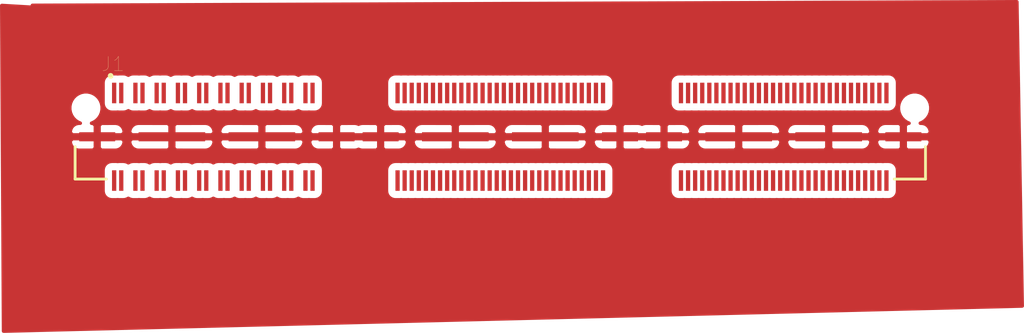
<source format=kicad_pcb>
(kicad_pcb (version 20171130) (host pcbnew 5.1.6-c6e7f7d~87~ubuntu20.04.1)

  (general
    (thickness 1.6)
    (drawings 0)
    (tracks 0)
    (zones 0)
    (modules 1)
    (nets 162)
  )

  (page A4)
  (title_block
    (title "HSMC to GPIO board")
    (date 2020-12-27)
    (rev A)
    (company Clockfix)
    (comment 2 "PCB layout")
    (comment 3 draft)
    (comment 4 en)
  )

  (layers
    (0 F.Cu signal)
    (1 In1.Cu power)
    (2 In2.Cu power)
    (31 B.Cu signal)
    (32 B.Adhes user)
    (33 F.Adhes user)
    (34 B.Paste user)
    (35 F.Paste user)
    (36 B.SilkS user)
    (37 F.SilkS user)
    (38 B.Mask user)
    (39 F.Mask user)
    (40 Dwgs.User user)
    (41 Cmts.User user)
    (42 Eco1.User user)
    (43 Eco2.User user)
    (44 Edge.Cuts user)
    (45 Margin user)
    (46 B.CrtYd user)
    (47 F.CrtYd user)
    (48 B.Fab user)
    (49 F.Fab user)
  )

  (setup
    (last_trace_width 0.25)
    (trace_clearance 0.2)
    (zone_clearance 0.508)
    (zone_45_only no)
    (trace_min 0.2)
    (via_size 0.8)
    (via_drill 0.4)
    (via_min_size 0.4)
    (via_min_drill 0.3)
    (uvia_size 0.3)
    (uvia_drill 0.1)
    (uvias_allowed no)
    (uvia_min_size 0.2)
    (uvia_min_drill 0.1)
    (edge_width 0.05)
    (segment_width 0.2)
    (pcb_text_width 0.3)
    (pcb_text_size 1.5 1.5)
    (mod_edge_width 0.12)
    (mod_text_size 1 1)
    (mod_text_width 0.15)
    (pad_size 1.524 1.524)
    (pad_drill 0.762)
    (pad_to_mask_clearance 0.05)
    (aux_axis_origin 0 0)
    (visible_elements FFFFFF7F)
    (pcbplotparams
      (layerselection 0x010fc_ffffffff)
      (usegerberextensions false)
      (usegerberattributes true)
      (usegerberadvancedattributes true)
      (creategerberjobfile true)
      (excludeedgelayer true)
      (linewidth 0.100000)
      (plotframeref false)
      (viasonmask false)
      (mode 1)
      (useauxorigin false)
      (hpglpennumber 1)
      (hpglpenspeed 20)
      (hpglpendiameter 15.000000)
      (psnegative false)
      (psa4output false)
      (plotreference true)
      (plotvalue true)
      (plotinvisibletext false)
      (padsonsilk false)
      (subtractmaskfromsilk false)
      (outputformat 1)
      (mirror false)
      (drillshape 1)
      (scaleselection 1)
      (outputdirectory ""))
  )

  (net 0 "")
  (net 1 "Net-(J1-Pad1)")
  (net 2 "Net-(J1-Pad2)")
  (net 3 "Net-(J1-Pad3)")
  (net 4 "Net-(J1-Pad4)")
  (net 5 "Net-(J1-Pad5)")
  (net 6 "Net-(J1-Pad6)")
  (net 7 "Net-(J1-Pad7)")
  (net 8 "Net-(J1-Pad8)")
  (net 9 "Net-(J1-Pad9)")
  (net 10 "Net-(J1-Pad10)")
  (net 11 "Net-(J1-Pad11)")
  (net 12 "Net-(J1-Pad12)")
  (net 13 "Net-(J1-Pad13)")
  (net 14 "Net-(J1-Pad14)")
  (net 15 "Net-(J1-Pad15)")
  (net 16 "Net-(J1-Pad16)")
  (net 17 "Net-(J1-Pad17)")
  (net 18 "Net-(J1-Pad18)")
  (net 19 "Net-(J1-Pad19)")
  (net 20 "Net-(J1-Pad20)")
  (net 21 "Net-(J1-Pad21)")
  (net 22 "Net-(J1-Pad22)")
  (net 23 "Net-(J1-Pad23)")
  (net 24 "Net-(J1-Pad24)")
  (net 25 "Net-(J1-Pad25)")
  (net 26 "Net-(J1-Pad26)")
  (net 27 "Net-(J1-Pad27)")
  (net 28 "Net-(J1-Pad28)")
  (net 29 "Net-(J1-Pad29)")
  (net 30 "Net-(J1-Pad30)")
  (net 31 "Net-(J1-Pad31)")
  (net 32 "Net-(J1-Pad32)")
  (net 33 "Net-(J1-Pad33)")
  (net 34 "Net-(J1-Pad34)")
  (net 35 "Net-(J1-Pad35)")
  (net 36 "Net-(J1-Pad36)")
  (net 37 "Net-(J1-Pad37)")
  (net 38 "Net-(J1-Pad38)")
  (net 39 "Net-(J1-Pad39)")
  (net 40 "Net-(J1-Pad40)")
  (net 41 "Net-(J1-Pad41)")
  (net 42 "Net-(J1-Pad42)")
  (net 43 "Net-(J1-Pad43)")
  (net 44 "Net-(J1-Pad44)")
  (net 45 "Net-(J1-Pad45)")
  (net 46 "Net-(J1-Pad46)")
  (net 47 "Net-(J1-Pad47)")
  (net 48 "Net-(J1-Pad48)")
  (net 49 "Net-(J1-Pad49)")
  (net 50 "Net-(J1-Pad50)")
  (net 51 "Net-(J1-Pad51)")
  (net 52 "Net-(J1-Pad52)")
  (net 53 "Net-(J1-Pad53)")
  (net 54 "Net-(J1-Pad54)")
  (net 55 "Net-(J1-Pad55)")
  (net 56 "Net-(J1-Pad56)")
  (net 57 "Net-(J1-Pad57)")
  (net 58 "Net-(J1-Pad58)")
  (net 59 "Net-(J1-Pad59)")
  (net 60 "Net-(J1-Pad60)")
  (net 61 "Net-(J1-Pad61)")
  (net 62 "Net-(J1-Pad62)")
  (net 63 "Net-(J1-Pad63)")
  (net 64 "Net-(J1-Pad64)")
  (net 65 "Net-(J1-Pad65)")
  (net 66 "Net-(J1-Pad66)")
  (net 67 "Net-(J1-Pad67)")
  (net 68 "Net-(J1-Pad68)")
  (net 69 "Net-(J1-Pad69)")
  (net 70 "Net-(J1-Pad70)")
  (net 71 "Net-(J1-Pad71)")
  (net 72 "Net-(J1-Pad72)")
  (net 73 "Net-(J1-Pad73)")
  (net 74 "Net-(J1-Pad74)")
  (net 75 "Net-(J1-Pad75)")
  (net 76 "Net-(J1-Pad76)")
  (net 77 "Net-(J1-Pad77)")
  (net 78 "Net-(J1-Pad78)")
  (net 79 "Net-(J1-Pad79)")
  (net 80 "Net-(J1-Pad80)")
  (net 81 "Net-(J1-Pad81)")
  (net 82 "Net-(J1-Pad82)")
  (net 83 "Net-(J1-Pad83)")
  (net 84 "Net-(J1-Pad84)")
  (net 85 "Net-(J1-Pad85)")
  (net 86 "Net-(J1-Pad86)")
  (net 87 "Net-(J1-Pad87)")
  (net 88 "Net-(J1-Pad88)")
  (net 89 "Net-(J1-Pad89)")
  (net 90 "Net-(J1-Pad90)")
  (net 91 "Net-(J1-Pad91)")
  (net 92 "Net-(J1-Pad92)")
  (net 93 "Net-(J1-Pad93)")
  (net 94 "Net-(J1-Pad94)")
  (net 95 "Net-(J1-Pad95)")
  (net 96 "Net-(J1-Pad96)")
  (net 97 "Net-(J1-Pad97)")
  (net 98 "Net-(J1-Pad98)")
  (net 99 "Net-(J1-Pad99)")
  (net 100 "Net-(J1-Pad100)")
  (net 101 "Net-(J1-Pad101)")
  (net 102 "Net-(J1-Pad102)")
  (net 103 "Net-(J1-Pad103)")
  (net 104 "Net-(J1-Pad104)")
  (net 105 "Net-(J1-Pad105)")
  (net 106 "Net-(J1-Pad106)")
  (net 107 "Net-(J1-Pad107)")
  (net 108 "Net-(J1-Pad108)")
  (net 109 "Net-(J1-Pad109)")
  (net 110 "Net-(J1-Pad110)")
  (net 111 "Net-(J1-Pad111)")
  (net 112 "Net-(J1-Pad112)")
  (net 113 "Net-(J1-Pad113)")
  (net 114 "Net-(J1-Pad114)")
  (net 115 "Net-(J1-Pad115)")
  (net 116 "Net-(J1-Pad116)")
  (net 117 "Net-(J1-Pad117)")
  (net 118 "Net-(J1-Pad118)")
  (net 119 "Net-(J1-Pad119)")
  (net 120 "Net-(J1-Pad120)")
  (net 121 "Net-(J1-Pad121)")
  (net 122 "Net-(J1-Pad122)")
  (net 123 "Net-(J1-Pad123)")
  (net 124 "Net-(J1-Pad124)")
  (net 125 "Net-(J1-Pad125)")
  (net 126 "Net-(J1-Pad126)")
  (net 127 "Net-(J1-Pad127)")
  (net 128 "Net-(J1-Pad128)")
  (net 129 "Net-(J1-Pad129)")
  (net 130 "Net-(J1-Pad130)")
  (net 131 "Net-(J1-Pad131)")
  (net 132 "Net-(J1-Pad132)")
  (net 133 "Net-(J1-Pad133)")
  (net 134 "Net-(J1-Pad134)")
  (net 135 "Net-(J1-Pad135)")
  (net 136 "Net-(J1-Pad136)")
  (net 137 "Net-(J1-Pad137)")
  (net 138 "Net-(J1-Pad138)")
  (net 139 "Net-(J1-Pad139)")
  (net 140 "Net-(J1-Pad140)")
  (net 141 "Net-(J1-Pad141)")
  (net 142 "Net-(J1-Pad142)")
  (net 143 "Net-(J1-Pad143)")
  (net 144 "Net-(J1-Pad144)")
  (net 145 "Net-(J1-Pad145)")
  (net 146 "Net-(J1-Pad146)")
  (net 147 "Net-(J1-Pad147)")
  (net 148 "Net-(J1-Pad148)")
  (net 149 "Net-(J1-Pad149)")
  (net 150 "Net-(J1-Pad150)")
  (net 151 "Net-(J1-Pad151)")
  (net 152 "Net-(J1-Pad152)")
  (net 153 "Net-(J1-Pad153)")
  (net 154 "Net-(J1-Pad154)")
  (net 155 "Net-(J1-Pad155)")
  (net 156 "Net-(J1-Pad156)")
  (net 157 "Net-(J1-Pad157)")
  (net 158 "Net-(J1-Pad158)")
  (net 159 "Net-(J1-Pad159)")
  (net 160 "Net-(J1-Pad160)")
  (net 161 GND)

  (net_class Default "This is the default net class."
    (clearance 0.2)
    (trace_width 0.25)
    (via_dia 0.8)
    (via_drill 0.4)
    (uvia_dia 0.3)
    (uvia_drill 0.1)
    (add_net GND)
    (add_net "Net-(J1-Pad1)")
    (add_net "Net-(J1-Pad10)")
    (add_net "Net-(J1-Pad100)")
    (add_net "Net-(J1-Pad101)")
    (add_net "Net-(J1-Pad102)")
    (add_net "Net-(J1-Pad103)")
    (add_net "Net-(J1-Pad104)")
    (add_net "Net-(J1-Pad105)")
    (add_net "Net-(J1-Pad106)")
    (add_net "Net-(J1-Pad107)")
    (add_net "Net-(J1-Pad108)")
    (add_net "Net-(J1-Pad109)")
    (add_net "Net-(J1-Pad11)")
    (add_net "Net-(J1-Pad110)")
    (add_net "Net-(J1-Pad111)")
    (add_net "Net-(J1-Pad112)")
    (add_net "Net-(J1-Pad113)")
    (add_net "Net-(J1-Pad114)")
    (add_net "Net-(J1-Pad115)")
    (add_net "Net-(J1-Pad116)")
    (add_net "Net-(J1-Pad117)")
    (add_net "Net-(J1-Pad118)")
    (add_net "Net-(J1-Pad119)")
    (add_net "Net-(J1-Pad12)")
    (add_net "Net-(J1-Pad120)")
    (add_net "Net-(J1-Pad121)")
    (add_net "Net-(J1-Pad122)")
    (add_net "Net-(J1-Pad123)")
    (add_net "Net-(J1-Pad124)")
    (add_net "Net-(J1-Pad125)")
    (add_net "Net-(J1-Pad126)")
    (add_net "Net-(J1-Pad127)")
    (add_net "Net-(J1-Pad128)")
    (add_net "Net-(J1-Pad129)")
    (add_net "Net-(J1-Pad13)")
    (add_net "Net-(J1-Pad130)")
    (add_net "Net-(J1-Pad131)")
    (add_net "Net-(J1-Pad132)")
    (add_net "Net-(J1-Pad133)")
    (add_net "Net-(J1-Pad134)")
    (add_net "Net-(J1-Pad135)")
    (add_net "Net-(J1-Pad136)")
    (add_net "Net-(J1-Pad137)")
    (add_net "Net-(J1-Pad138)")
    (add_net "Net-(J1-Pad139)")
    (add_net "Net-(J1-Pad14)")
    (add_net "Net-(J1-Pad140)")
    (add_net "Net-(J1-Pad141)")
    (add_net "Net-(J1-Pad142)")
    (add_net "Net-(J1-Pad143)")
    (add_net "Net-(J1-Pad144)")
    (add_net "Net-(J1-Pad145)")
    (add_net "Net-(J1-Pad146)")
    (add_net "Net-(J1-Pad147)")
    (add_net "Net-(J1-Pad148)")
    (add_net "Net-(J1-Pad149)")
    (add_net "Net-(J1-Pad15)")
    (add_net "Net-(J1-Pad150)")
    (add_net "Net-(J1-Pad151)")
    (add_net "Net-(J1-Pad152)")
    (add_net "Net-(J1-Pad153)")
    (add_net "Net-(J1-Pad154)")
    (add_net "Net-(J1-Pad155)")
    (add_net "Net-(J1-Pad156)")
    (add_net "Net-(J1-Pad157)")
    (add_net "Net-(J1-Pad158)")
    (add_net "Net-(J1-Pad159)")
    (add_net "Net-(J1-Pad16)")
    (add_net "Net-(J1-Pad160)")
    (add_net "Net-(J1-Pad17)")
    (add_net "Net-(J1-Pad18)")
    (add_net "Net-(J1-Pad19)")
    (add_net "Net-(J1-Pad2)")
    (add_net "Net-(J1-Pad20)")
    (add_net "Net-(J1-Pad21)")
    (add_net "Net-(J1-Pad22)")
    (add_net "Net-(J1-Pad23)")
    (add_net "Net-(J1-Pad24)")
    (add_net "Net-(J1-Pad25)")
    (add_net "Net-(J1-Pad26)")
    (add_net "Net-(J1-Pad27)")
    (add_net "Net-(J1-Pad28)")
    (add_net "Net-(J1-Pad29)")
    (add_net "Net-(J1-Pad3)")
    (add_net "Net-(J1-Pad30)")
    (add_net "Net-(J1-Pad31)")
    (add_net "Net-(J1-Pad32)")
    (add_net "Net-(J1-Pad33)")
    (add_net "Net-(J1-Pad34)")
    (add_net "Net-(J1-Pad35)")
    (add_net "Net-(J1-Pad36)")
    (add_net "Net-(J1-Pad37)")
    (add_net "Net-(J1-Pad38)")
    (add_net "Net-(J1-Pad39)")
    (add_net "Net-(J1-Pad4)")
    (add_net "Net-(J1-Pad40)")
    (add_net "Net-(J1-Pad41)")
    (add_net "Net-(J1-Pad42)")
    (add_net "Net-(J1-Pad43)")
    (add_net "Net-(J1-Pad44)")
    (add_net "Net-(J1-Pad45)")
    (add_net "Net-(J1-Pad46)")
    (add_net "Net-(J1-Pad47)")
    (add_net "Net-(J1-Pad48)")
    (add_net "Net-(J1-Pad49)")
    (add_net "Net-(J1-Pad5)")
    (add_net "Net-(J1-Pad50)")
    (add_net "Net-(J1-Pad51)")
    (add_net "Net-(J1-Pad52)")
    (add_net "Net-(J1-Pad53)")
    (add_net "Net-(J1-Pad54)")
    (add_net "Net-(J1-Pad55)")
    (add_net "Net-(J1-Pad56)")
    (add_net "Net-(J1-Pad57)")
    (add_net "Net-(J1-Pad58)")
    (add_net "Net-(J1-Pad59)")
    (add_net "Net-(J1-Pad6)")
    (add_net "Net-(J1-Pad60)")
    (add_net "Net-(J1-Pad61)")
    (add_net "Net-(J1-Pad62)")
    (add_net "Net-(J1-Pad63)")
    (add_net "Net-(J1-Pad64)")
    (add_net "Net-(J1-Pad65)")
    (add_net "Net-(J1-Pad66)")
    (add_net "Net-(J1-Pad67)")
    (add_net "Net-(J1-Pad68)")
    (add_net "Net-(J1-Pad69)")
    (add_net "Net-(J1-Pad7)")
    (add_net "Net-(J1-Pad70)")
    (add_net "Net-(J1-Pad71)")
    (add_net "Net-(J1-Pad72)")
    (add_net "Net-(J1-Pad73)")
    (add_net "Net-(J1-Pad74)")
    (add_net "Net-(J1-Pad75)")
    (add_net "Net-(J1-Pad76)")
    (add_net "Net-(J1-Pad77)")
    (add_net "Net-(J1-Pad78)")
    (add_net "Net-(J1-Pad79)")
    (add_net "Net-(J1-Pad8)")
    (add_net "Net-(J1-Pad80)")
    (add_net "Net-(J1-Pad81)")
    (add_net "Net-(J1-Pad82)")
    (add_net "Net-(J1-Pad83)")
    (add_net "Net-(J1-Pad84)")
    (add_net "Net-(J1-Pad85)")
    (add_net "Net-(J1-Pad86)")
    (add_net "Net-(J1-Pad87)")
    (add_net "Net-(J1-Pad88)")
    (add_net "Net-(J1-Pad89)")
    (add_net "Net-(J1-Pad9)")
    (add_net "Net-(J1-Pad90)")
    (add_net "Net-(J1-Pad91)")
    (add_net "Net-(J1-Pad92)")
    (add_net "Net-(J1-Pad93)")
    (add_net "Net-(J1-Pad94)")
    (add_net "Net-(J1-Pad95)")
    (add_net "Net-(J1-Pad96)")
    (add_net "Net-(J1-Pad97)")
    (add_net "Net-(J1-Pad98)")
    (add_net "Net-(J1-Pad99)")
  )

  (module footprint_lib:SAMTEC_ASP-122952-01 (layer F.Cu) (tedit 5FE8BB2A) (tstamp 5FE8F79D)
    (at 148.336 41.656)
    (path /5FEA72E8)
    (fp_text reference J1 (at -27.325 -5.135) (layer F.SilkS)
      (effects (font (size 1 1) (thickness 0.015)))
    )
    (fp_text value Semtek_ASP-122952-01 (at -17.8 5.365) (layer F.Fab)
      (effects (font (size 1 1) (thickness 0.015)))
    )
    (fp_circle (center -27.5 -4.3) (end -27.4 -4.3) (layer F.SilkS) (width 0.2))
    (fp_circle (center -27.5 -4.3) (end -27.4 -4.3) (layer F.Fab) (width 0.2))
    (fp_line (start -30.255 4.07) (end -30.255 -4.07) (layer F.CrtYd) (width 0.05))
    (fp_line (start 30.255 4.07) (end -30.255 4.07) (layer F.CrtYd) (width 0.05))
    (fp_line (start 30.255 -4.07) (end 30.255 4.07) (layer F.CrtYd) (width 0.05))
    (fp_line (start -30.255 -4.07) (end 30.255 -4.07) (layer F.CrtYd) (width 0.05))
    (fp_line (start 30.005 2.985) (end 30.005 0.7) (layer F.SilkS) (width 0.2))
    (fp_line (start 27.8 2.985) (end 30.005 2.985) (layer F.SilkS) (width 0.2))
    (fp_line (start -30.005 2.985) (end -30.005 0.7) (layer F.SilkS) (width 0.2))
    (fp_line (start -27.8 2.985) (end -30.005 2.985) (layer F.SilkS) (width 0.2))
    (fp_line (start -30.005 2.985) (end -30.005 -2.985) (layer F.Fab) (width 0.1))
    (fp_line (start 30.005 2.985) (end -30.005 2.985) (layer F.Fab) (width 0.1))
    (fp_line (start 30.005 -2.985) (end 30.005 2.985) (layer F.Fab) (width 0.1))
    (fp_line (start -30.005 -2.985) (end 30.005 -2.985) (layer F.Fab) (width 0.1))
    (pad 1 smd rect (at -27.25 -3.09) (size 0.3 1.45) (layers F.Cu F.Paste F.Mask)
      (net 1 "Net-(J1-Pad1)"))
    (pad 2 smd rect (at -27.25 3.09) (size 0.3 1.45) (layers F.Cu F.Paste F.Mask)
      (net 2 "Net-(J1-Pad2)"))
    (pad 3 smd rect (at -26.75 -3.09) (size 0.3 1.45) (layers F.Cu F.Paste F.Mask)
      (net 3 "Net-(J1-Pad3)"))
    (pad 4 smd rect (at -26.75 3.09) (size 0.3 1.45) (layers F.Cu F.Paste F.Mask)
      (net 4 "Net-(J1-Pad4)"))
    (pad 5 smd rect (at -25.75 -3.09) (size 0.3 1.45) (layers F.Cu F.Paste F.Mask)
      (net 5 "Net-(J1-Pad5)"))
    (pad 6 smd rect (at -25.75 3.09) (size 0.3 1.45) (layers F.Cu F.Paste F.Mask)
      (net 6 "Net-(J1-Pad6)"))
    (pad 7 smd rect (at -25.25 -3.09) (size 0.3 1.45) (layers F.Cu F.Paste F.Mask)
      (net 7 "Net-(J1-Pad7)"))
    (pad 8 smd rect (at -25.25 3.09) (size 0.3 1.45) (layers F.Cu F.Paste F.Mask)
      (net 8 "Net-(J1-Pad8)"))
    (pad 9 smd rect (at -24.25 -3.09) (size 0.3 1.45) (layers F.Cu F.Paste F.Mask)
      (net 9 "Net-(J1-Pad9)"))
    (pad 10 smd rect (at -24.25 3.09) (size 0.3 1.45) (layers F.Cu F.Paste F.Mask)
      (net 10 "Net-(J1-Pad10)"))
    (pad 11 smd rect (at -23.75 -3.09) (size 0.3 1.45) (layers F.Cu F.Paste F.Mask)
      (net 11 "Net-(J1-Pad11)"))
    (pad 12 smd rect (at -23.75 3.09) (size 0.3 1.45) (layers F.Cu F.Paste F.Mask)
      (net 12 "Net-(J1-Pad12)"))
    (pad 13 smd rect (at -22.75 -3.09) (size 0.3 1.45) (layers F.Cu F.Paste F.Mask)
      (net 13 "Net-(J1-Pad13)"))
    (pad 14 smd rect (at -22.75 3.09) (size 0.3 1.45) (layers F.Cu F.Paste F.Mask)
      (net 14 "Net-(J1-Pad14)"))
    (pad 15 smd rect (at -22.25 -3.09) (size 0.3 1.45) (layers F.Cu F.Paste F.Mask)
      (net 15 "Net-(J1-Pad15)"))
    (pad 16 smd rect (at -22.25 3.09) (size 0.3 1.45) (layers F.Cu F.Paste F.Mask)
      (net 16 "Net-(J1-Pad16)"))
    (pad 17 smd rect (at -21.25 -3.09) (size 0.3 1.45) (layers F.Cu F.Paste F.Mask)
      (net 17 "Net-(J1-Pad17)"))
    (pad 18 smd rect (at -21.25 3.09) (size 0.3 1.45) (layers F.Cu F.Paste F.Mask)
      (net 18 "Net-(J1-Pad18)"))
    (pad 19 smd rect (at -20.75 -3.09) (size 0.3 1.45) (layers F.Cu F.Paste F.Mask)
      (net 19 "Net-(J1-Pad19)"))
    (pad 20 smd rect (at -20.75 3.09) (size 0.3 1.45) (layers F.Cu F.Paste F.Mask)
      (net 20 "Net-(J1-Pad20)"))
    (pad 21 smd rect (at -19.75 -3.09) (size 0.3 1.45) (layers F.Cu F.Paste F.Mask)
      (net 21 "Net-(J1-Pad21)"))
    (pad 22 smd rect (at -19.75 3.09) (size 0.3 1.45) (layers F.Cu F.Paste F.Mask)
      (net 22 "Net-(J1-Pad22)"))
    (pad 23 smd rect (at -19.25 -3.09) (size 0.3 1.45) (layers F.Cu F.Paste F.Mask)
      (net 23 "Net-(J1-Pad23)"))
    (pad 24 smd rect (at -19.25 3.09) (size 0.3 1.45) (layers F.Cu F.Paste F.Mask)
      (net 24 "Net-(J1-Pad24)"))
    (pad 25 smd rect (at -18.25 -3.09) (size 0.3 1.45) (layers F.Cu F.Paste F.Mask)
      (net 25 "Net-(J1-Pad25)"))
    (pad 26 smd rect (at -18.25 3.09) (size 0.3 1.45) (layers F.Cu F.Paste F.Mask)
      (net 26 "Net-(J1-Pad26)"))
    (pad 27 smd rect (at -17.75 -3.09) (size 0.3 1.45) (layers F.Cu F.Paste F.Mask)
      (net 27 "Net-(J1-Pad27)"))
    (pad 28 smd rect (at -17.75 3.09) (size 0.3 1.45) (layers F.Cu F.Paste F.Mask)
      (net 28 "Net-(J1-Pad28)"))
    (pad 29 smd rect (at -16.75 -3.09) (size 0.3 1.45) (layers F.Cu F.Paste F.Mask)
      (net 29 "Net-(J1-Pad29)"))
    (pad 30 smd rect (at -16.75 3.09) (size 0.3 1.45) (layers F.Cu F.Paste F.Mask)
      (net 30 "Net-(J1-Pad30)"))
    (pad 31 smd rect (at -16.25 -3.09) (size 0.3 1.45) (layers F.Cu F.Paste F.Mask)
      (net 31 "Net-(J1-Pad31)"))
    (pad 32 smd rect (at -16.25 3.09) (size 0.3 1.45) (layers F.Cu F.Paste F.Mask)
      (net 32 "Net-(J1-Pad32)"))
    (pad 33 smd rect (at -15.25 -3.09) (size 0.3 1.45) (layers F.Cu F.Paste F.Mask)
      (net 33 "Net-(J1-Pad33)"))
    (pad 34 smd rect (at -15.25 3.09) (size 0.3 1.45) (layers F.Cu F.Paste F.Mask)
      (net 34 "Net-(J1-Pad34)"))
    (pad 35 smd rect (at -14.75 -3.09) (size 0.3 1.45) (layers F.Cu F.Paste F.Mask)
      (net 35 "Net-(J1-Pad35)"))
    (pad 36 smd rect (at -14.75 3.09) (size 0.3 1.45) (layers F.Cu F.Paste F.Mask)
      (net 36 "Net-(J1-Pad36)"))
    (pad 37 smd rect (at -13.75 -3.09) (size 0.3 1.45) (layers F.Cu F.Paste F.Mask)
      (net 37 "Net-(J1-Pad37)"))
    (pad 38 smd rect (at -13.75 3.09) (size 0.3 1.45) (layers F.Cu F.Paste F.Mask)
      (net 38 "Net-(J1-Pad38)"))
    (pad 39 smd rect (at -13.25 -3.09) (size 0.3 1.45) (layers F.Cu F.Paste F.Mask)
      (net 39 "Net-(J1-Pad39)"))
    (pad 40 smd rect (at -13.25 3.09) (size 0.3 1.45) (layers F.Cu F.Paste F.Mask)
      (net 40 "Net-(J1-Pad40)"))
    (pad 41 smd rect (at -7.25 -3.09) (size 0.3 1.45) (layers F.Cu F.Paste F.Mask)
      (net 41 "Net-(J1-Pad41)"))
    (pad 42 smd rect (at -7.25 3.09) (size 0.3 1.45) (layers F.Cu F.Paste F.Mask)
      (net 42 "Net-(J1-Pad42)"))
    (pad 43 smd rect (at -6.75 -3.09) (size 0.3 1.45) (layers F.Cu F.Paste F.Mask)
      (net 43 "Net-(J1-Pad43)"))
    (pad 44 smd rect (at -6.75 3.09) (size 0.3 1.45) (layers F.Cu F.Paste F.Mask)
      (net 44 "Net-(J1-Pad44)"))
    (pad 45 smd rect (at -6.25 -3.09) (size 0.3 1.45) (layers F.Cu F.Paste F.Mask)
      (net 45 "Net-(J1-Pad45)"))
    (pad 46 smd rect (at -6.25 3.09) (size 0.3 1.45) (layers F.Cu F.Paste F.Mask)
      (net 46 "Net-(J1-Pad46)"))
    (pad 47 smd rect (at -5.75 -3.09) (size 0.3 1.45) (layers F.Cu F.Paste F.Mask)
      (net 47 "Net-(J1-Pad47)"))
    (pad 48 smd rect (at -5.75 3.09) (size 0.3 1.45) (layers F.Cu F.Paste F.Mask)
      (net 48 "Net-(J1-Pad48)"))
    (pad 49 smd rect (at -5.25 -3.09) (size 0.3 1.45) (layers F.Cu F.Paste F.Mask)
      (net 49 "Net-(J1-Pad49)"))
    (pad 50 smd rect (at -5.25 3.09) (size 0.3 1.45) (layers F.Cu F.Paste F.Mask)
      (net 50 "Net-(J1-Pad50)"))
    (pad 51 smd rect (at -4.75 -3.09) (size 0.3 1.45) (layers F.Cu F.Paste F.Mask)
      (net 51 "Net-(J1-Pad51)"))
    (pad 52 smd rect (at -4.75 3.09) (size 0.3 1.45) (layers F.Cu F.Paste F.Mask)
      (net 52 "Net-(J1-Pad52)"))
    (pad 53 smd rect (at -4.25 -3.09) (size 0.3 1.45) (layers F.Cu F.Paste F.Mask)
      (net 53 "Net-(J1-Pad53)"))
    (pad 54 smd rect (at -4.25 3.09) (size 0.3 1.45) (layers F.Cu F.Paste F.Mask)
      (net 54 "Net-(J1-Pad54)"))
    (pad 55 smd rect (at -3.75 -3.09) (size 0.3 1.45) (layers F.Cu F.Paste F.Mask)
      (net 55 "Net-(J1-Pad55)"))
    (pad 56 smd rect (at -3.75 3.09) (size 0.3 1.45) (layers F.Cu F.Paste F.Mask)
      (net 56 "Net-(J1-Pad56)"))
    (pad 57 smd rect (at -3.25 -3.09) (size 0.3 1.45) (layers F.Cu F.Paste F.Mask)
      (net 57 "Net-(J1-Pad57)"))
    (pad 58 smd rect (at -3.25 3.09) (size 0.3 1.45) (layers F.Cu F.Paste F.Mask)
      (net 58 "Net-(J1-Pad58)"))
    (pad 59 smd rect (at -2.75 -3.09) (size 0.3 1.45) (layers F.Cu F.Paste F.Mask)
      (net 59 "Net-(J1-Pad59)"))
    (pad 60 smd rect (at -2.75 3.09) (size 0.3 1.45) (layers F.Cu F.Paste F.Mask)
      (net 60 "Net-(J1-Pad60)"))
    (pad 61 smd rect (at -2.25 -3.09) (size 0.3 1.45) (layers F.Cu F.Paste F.Mask)
      (net 61 "Net-(J1-Pad61)"))
    (pad 62 smd rect (at -2.25 3.09) (size 0.3 1.45) (layers F.Cu F.Paste F.Mask)
      (net 62 "Net-(J1-Pad62)"))
    (pad 63 smd rect (at -1.75 -3.09) (size 0.3 1.45) (layers F.Cu F.Paste F.Mask)
      (net 63 "Net-(J1-Pad63)"))
    (pad 64 smd rect (at -1.75 3.09) (size 0.3 1.45) (layers F.Cu F.Paste F.Mask)
      (net 64 "Net-(J1-Pad64)"))
    (pad 65 smd rect (at -1.25 -3.09) (size 0.3 1.45) (layers F.Cu F.Paste F.Mask)
      (net 65 "Net-(J1-Pad65)"))
    (pad 66 smd rect (at -1.25 3.09) (size 0.3 1.45) (layers F.Cu F.Paste F.Mask)
      (net 66 "Net-(J1-Pad66)"))
    (pad 67 smd rect (at -0.75 -3.09) (size 0.3 1.45) (layers F.Cu F.Paste F.Mask)
      (net 67 "Net-(J1-Pad67)"))
    (pad 68 smd rect (at -0.75 3.09) (size 0.3 1.45) (layers F.Cu F.Paste F.Mask)
      (net 68 "Net-(J1-Pad68)"))
    (pad 69 smd rect (at -0.25 -3.09) (size 0.3 1.45) (layers F.Cu F.Paste F.Mask)
      (net 69 "Net-(J1-Pad69)"))
    (pad 70 smd rect (at -0.25 3.09) (size 0.3 1.45) (layers F.Cu F.Paste F.Mask)
      (net 70 "Net-(J1-Pad70)"))
    (pad 71 smd rect (at 0.25 -3.09) (size 0.3 1.45) (layers F.Cu F.Paste F.Mask)
      (net 71 "Net-(J1-Pad71)"))
    (pad 72 smd rect (at 0.25 3.09) (size 0.3 1.45) (layers F.Cu F.Paste F.Mask)
      (net 72 "Net-(J1-Pad72)"))
    (pad 73 smd rect (at 0.75 -3.09) (size 0.3 1.45) (layers F.Cu F.Paste F.Mask)
      (net 73 "Net-(J1-Pad73)"))
    (pad 74 smd rect (at 0.75 3.09) (size 0.3 1.45) (layers F.Cu F.Paste F.Mask)
      (net 74 "Net-(J1-Pad74)"))
    (pad 75 smd rect (at 1.25 -3.09) (size 0.3 1.45) (layers F.Cu F.Paste F.Mask)
      (net 75 "Net-(J1-Pad75)"))
    (pad 76 smd rect (at 1.25 3.09) (size 0.3 1.45) (layers F.Cu F.Paste F.Mask)
      (net 76 "Net-(J1-Pad76)"))
    (pad 77 smd rect (at 1.75 -3.09) (size 0.3 1.45) (layers F.Cu F.Paste F.Mask)
      (net 77 "Net-(J1-Pad77)"))
    (pad 78 smd rect (at 1.75 3.09) (size 0.3 1.45) (layers F.Cu F.Paste F.Mask)
      (net 78 "Net-(J1-Pad78)"))
    (pad 79 smd rect (at 2.25 -3.09) (size 0.3 1.45) (layers F.Cu F.Paste F.Mask)
      (net 79 "Net-(J1-Pad79)"))
    (pad 80 smd rect (at 2.25 3.09) (size 0.3 1.45) (layers F.Cu F.Paste F.Mask)
      (net 80 "Net-(J1-Pad80)"))
    (pad 81 smd rect (at 2.75 -3.09) (size 0.3 1.45) (layers F.Cu F.Paste F.Mask)
      (net 81 "Net-(J1-Pad81)"))
    (pad 82 smd rect (at 2.75 3.09) (size 0.3 1.45) (layers F.Cu F.Paste F.Mask)
      (net 82 "Net-(J1-Pad82)"))
    (pad 83 smd rect (at 3.25 -3.09) (size 0.3 1.45) (layers F.Cu F.Paste F.Mask)
      (net 83 "Net-(J1-Pad83)"))
    (pad 84 smd rect (at 3.25 3.09) (size 0.3 1.45) (layers F.Cu F.Paste F.Mask)
      (net 84 "Net-(J1-Pad84)"))
    (pad 85 smd rect (at 3.75 -3.09) (size 0.3 1.45) (layers F.Cu F.Paste F.Mask)
      (net 85 "Net-(J1-Pad85)"))
    (pad 86 smd rect (at 3.75 3.09) (size 0.3 1.45) (layers F.Cu F.Paste F.Mask)
      (net 86 "Net-(J1-Pad86)"))
    (pad 87 smd rect (at 4.25 -3.09) (size 0.3 1.45) (layers F.Cu F.Paste F.Mask)
      (net 87 "Net-(J1-Pad87)"))
    (pad 88 smd rect (at 4.25 3.09) (size 0.3 1.45) (layers F.Cu F.Paste F.Mask)
      (net 88 "Net-(J1-Pad88)"))
    (pad 89 smd rect (at 4.75 -3.09) (size 0.3 1.45) (layers F.Cu F.Paste F.Mask)
      (net 89 "Net-(J1-Pad89)"))
    (pad 90 smd rect (at 4.75 3.09) (size 0.3 1.45) (layers F.Cu F.Paste F.Mask)
      (net 90 "Net-(J1-Pad90)"))
    (pad 91 smd rect (at 5.25 -3.09) (size 0.3 1.45) (layers F.Cu F.Paste F.Mask)
      (net 91 "Net-(J1-Pad91)"))
    (pad 92 smd rect (at 5.25 3.09) (size 0.3 1.45) (layers F.Cu F.Paste F.Mask)
      (net 92 "Net-(J1-Pad92)"))
    (pad 93 smd rect (at 5.75 -3.09) (size 0.3 1.45) (layers F.Cu F.Paste F.Mask)
      (net 93 "Net-(J1-Pad93)"))
    (pad 94 smd rect (at 5.75 3.09) (size 0.3 1.45) (layers F.Cu F.Paste F.Mask)
      (net 94 "Net-(J1-Pad94)"))
    (pad 95 smd rect (at 6.25 -3.09) (size 0.3 1.45) (layers F.Cu F.Paste F.Mask)
      (net 95 "Net-(J1-Pad95)"))
    (pad 96 smd rect (at 6.25 3.09) (size 0.3 1.45) (layers F.Cu F.Paste F.Mask)
      (net 96 "Net-(J1-Pad96)"))
    (pad 97 smd rect (at 6.75 -3.09) (size 0.3 1.45) (layers F.Cu F.Paste F.Mask)
      (net 97 "Net-(J1-Pad97)"))
    (pad 98 smd rect (at 6.75 3.09) (size 0.3 1.45) (layers F.Cu F.Paste F.Mask)
      (net 98 "Net-(J1-Pad98)"))
    (pad 99 smd rect (at 7.25 -3.09) (size 0.3 1.45) (layers F.Cu F.Paste F.Mask)
      (net 99 "Net-(J1-Pad99)"))
    (pad 100 smd rect (at 7.25 3.09) (size 0.3 1.45) (layers F.Cu F.Paste F.Mask)
      (net 100 "Net-(J1-Pad100)"))
    (pad 101 smd rect (at 12.75 -3.09) (size 0.3 1.45) (layers F.Cu F.Paste F.Mask)
      (net 101 "Net-(J1-Pad101)"))
    (pad 102 smd rect (at 12.75 3.09) (size 0.3 1.45) (layers F.Cu F.Paste F.Mask)
      (net 102 "Net-(J1-Pad102)"))
    (pad 103 smd rect (at 13.25 -3.09) (size 0.3 1.45) (layers F.Cu F.Paste F.Mask)
      (net 103 "Net-(J1-Pad103)"))
    (pad 104 smd rect (at 13.25 3.09) (size 0.3 1.45) (layers F.Cu F.Paste F.Mask)
      (net 104 "Net-(J1-Pad104)"))
    (pad 105 smd rect (at 13.75 -3.09) (size 0.3 1.45) (layers F.Cu F.Paste F.Mask)
      (net 105 "Net-(J1-Pad105)"))
    (pad 106 smd rect (at 13.75 3.09) (size 0.3 1.45) (layers F.Cu F.Paste F.Mask)
      (net 106 "Net-(J1-Pad106)"))
    (pad 107 smd rect (at 14.25 -3.09) (size 0.3 1.45) (layers F.Cu F.Paste F.Mask)
      (net 107 "Net-(J1-Pad107)"))
    (pad 108 smd rect (at 14.25 3.09) (size 0.3 1.45) (layers F.Cu F.Paste F.Mask)
      (net 108 "Net-(J1-Pad108)"))
    (pad 109 smd rect (at 14.75 -3.09) (size 0.3 1.45) (layers F.Cu F.Paste F.Mask)
      (net 109 "Net-(J1-Pad109)"))
    (pad 110 smd rect (at 14.75 3.09) (size 0.3 1.45) (layers F.Cu F.Paste F.Mask)
      (net 110 "Net-(J1-Pad110)"))
    (pad 111 smd rect (at 15.25 -3.09) (size 0.3 1.45) (layers F.Cu F.Paste F.Mask)
      (net 111 "Net-(J1-Pad111)"))
    (pad 112 smd rect (at 15.25 3.09) (size 0.3 1.45) (layers F.Cu F.Paste F.Mask)
      (net 112 "Net-(J1-Pad112)"))
    (pad 113 smd rect (at 15.75 -3.09) (size 0.3 1.45) (layers F.Cu F.Paste F.Mask)
      (net 113 "Net-(J1-Pad113)"))
    (pad 114 smd rect (at 15.75 3.09) (size 0.3 1.45) (layers F.Cu F.Paste F.Mask)
      (net 114 "Net-(J1-Pad114)"))
    (pad 115 smd rect (at 16.25 -3.09) (size 0.3 1.45) (layers F.Cu F.Paste F.Mask)
      (net 115 "Net-(J1-Pad115)"))
    (pad 116 smd rect (at 16.25 3.09) (size 0.3 1.45) (layers F.Cu F.Paste F.Mask)
      (net 116 "Net-(J1-Pad116)"))
    (pad 117 smd rect (at 16.75 -3.09) (size 0.3 1.45) (layers F.Cu F.Paste F.Mask)
      (net 117 "Net-(J1-Pad117)"))
    (pad 118 smd rect (at 16.75 3.09) (size 0.3 1.45) (layers F.Cu F.Paste F.Mask)
      (net 118 "Net-(J1-Pad118)"))
    (pad 119 smd rect (at 17.25 -3.09) (size 0.3 1.45) (layers F.Cu F.Paste F.Mask)
      (net 119 "Net-(J1-Pad119)"))
    (pad 120 smd rect (at 17.25 3.09) (size 0.3 1.45) (layers F.Cu F.Paste F.Mask)
      (net 120 "Net-(J1-Pad120)"))
    (pad 121 smd rect (at 17.75 -3.09) (size 0.3 1.45) (layers F.Cu F.Paste F.Mask)
      (net 121 "Net-(J1-Pad121)"))
    (pad 122 smd rect (at 17.75 3.09) (size 0.3 1.45) (layers F.Cu F.Paste F.Mask)
      (net 122 "Net-(J1-Pad122)"))
    (pad 123 smd rect (at 18.25 -3.09) (size 0.3 1.45) (layers F.Cu F.Paste F.Mask)
      (net 123 "Net-(J1-Pad123)"))
    (pad 124 smd rect (at 18.25 3.09) (size 0.3 1.45) (layers F.Cu F.Paste F.Mask)
      (net 124 "Net-(J1-Pad124)"))
    (pad 125 smd rect (at 18.75 -3.09) (size 0.3 1.45) (layers F.Cu F.Paste F.Mask)
      (net 125 "Net-(J1-Pad125)"))
    (pad 126 smd rect (at 18.75 3.09) (size 0.3 1.45) (layers F.Cu F.Paste F.Mask)
      (net 126 "Net-(J1-Pad126)"))
    (pad 127 smd rect (at 19.25 -3.09) (size 0.3 1.45) (layers F.Cu F.Paste F.Mask)
      (net 127 "Net-(J1-Pad127)"))
    (pad 128 smd rect (at 19.25 3.09) (size 0.3 1.45) (layers F.Cu F.Paste F.Mask)
      (net 128 "Net-(J1-Pad128)"))
    (pad 129 smd rect (at 19.75 -3.09) (size 0.3 1.45) (layers F.Cu F.Paste F.Mask)
      (net 129 "Net-(J1-Pad129)"))
    (pad 130 smd rect (at 19.75 3.09) (size 0.3 1.45) (layers F.Cu F.Paste F.Mask)
      (net 130 "Net-(J1-Pad130)"))
    (pad 131 smd rect (at 20.25 -3.09) (size 0.3 1.45) (layers F.Cu F.Paste F.Mask)
      (net 131 "Net-(J1-Pad131)"))
    (pad 132 smd rect (at 20.25 3.09) (size 0.3 1.45) (layers F.Cu F.Paste F.Mask)
      (net 132 "Net-(J1-Pad132)"))
    (pad 133 smd rect (at 20.75 -3.09) (size 0.3 1.45) (layers F.Cu F.Paste F.Mask)
      (net 133 "Net-(J1-Pad133)"))
    (pad 134 smd rect (at 20.75 3.09) (size 0.3 1.45) (layers F.Cu F.Paste F.Mask)
      (net 134 "Net-(J1-Pad134)"))
    (pad 135 smd rect (at 21.25 -3.09) (size 0.3 1.45) (layers F.Cu F.Paste F.Mask)
      (net 135 "Net-(J1-Pad135)"))
    (pad 136 smd rect (at 21.25 3.09) (size 0.3 1.45) (layers F.Cu F.Paste F.Mask)
      (net 136 "Net-(J1-Pad136)"))
    (pad 137 smd rect (at 21.75 -3.09) (size 0.3 1.45) (layers F.Cu F.Paste F.Mask)
      (net 137 "Net-(J1-Pad137)"))
    (pad 138 smd rect (at 21.75 3.09) (size 0.3 1.45) (layers F.Cu F.Paste F.Mask)
      (net 138 "Net-(J1-Pad138)"))
    (pad 139 smd rect (at 22.25 -3.09) (size 0.3 1.45) (layers F.Cu F.Paste F.Mask)
      (net 139 "Net-(J1-Pad139)"))
    (pad 140 smd rect (at 22.25 3.09) (size 0.3 1.45) (layers F.Cu F.Paste F.Mask)
      (net 140 "Net-(J1-Pad140)"))
    (pad 141 smd rect (at 22.75 -3.09) (size 0.3 1.45) (layers F.Cu F.Paste F.Mask)
      (net 141 "Net-(J1-Pad141)"))
    (pad 142 smd rect (at 22.75 3.09) (size 0.3 1.45) (layers F.Cu F.Paste F.Mask)
      (net 142 "Net-(J1-Pad142)"))
    (pad 143 smd rect (at 23.25 -3.09) (size 0.3 1.45) (layers F.Cu F.Paste F.Mask)
      (net 143 "Net-(J1-Pad143)"))
    (pad 144 smd rect (at 23.25 3.09) (size 0.3 1.45) (layers F.Cu F.Paste F.Mask)
      (net 144 "Net-(J1-Pad144)"))
    (pad 145 smd rect (at 23.75 -3.09) (size 0.3 1.45) (layers F.Cu F.Paste F.Mask)
      (net 145 "Net-(J1-Pad145)"))
    (pad 146 smd rect (at 23.75 3.09) (size 0.3 1.45) (layers F.Cu F.Paste F.Mask)
      (net 146 "Net-(J1-Pad146)"))
    (pad 147 smd rect (at 24.25 -3.09) (size 0.3 1.45) (layers F.Cu F.Paste F.Mask)
      (net 147 "Net-(J1-Pad147)"))
    (pad 148 smd rect (at 24.25 3.09) (size 0.3 1.45) (layers F.Cu F.Paste F.Mask)
      (net 148 "Net-(J1-Pad148)"))
    (pad 149 smd rect (at 24.75 -3.09) (size 0.3 1.45) (layers F.Cu F.Paste F.Mask)
      (net 149 "Net-(J1-Pad149)"))
    (pad 150 smd rect (at 24.75 3.09) (size 0.3 1.45) (layers F.Cu F.Paste F.Mask)
      (net 150 "Net-(J1-Pad150)"))
    (pad 151 smd rect (at 25.25 -3.09) (size 0.3 1.45) (layers F.Cu F.Paste F.Mask)
      (net 151 "Net-(J1-Pad151)"))
    (pad 152 smd rect (at 25.25 3.09) (size 0.3 1.45) (layers F.Cu F.Paste F.Mask)
      (net 152 "Net-(J1-Pad152)"))
    (pad 153 smd rect (at 25.75 -3.09) (size 0.3 1.45) (layers F.Cu F.Paste F.Mask)
      (net 153 "Net-(J1-Pad153)"))
    (pad 154 smd rect (at 25.75 3.09) (size 0.3 1.45) (layers F.Cu F.Paste F.Mask)
      (net 154 "Net-(J1-Pad154)"))
    (pad 155 smd rect (at 26.25 -3.09) (size 0.3 1.45) (layers F.Cu F.Paste F.Mask)
      (net 155 "Net-(J1-Pad155)"))
    (pad 156 smd rect (at 26.25 3.09) (size 0.3 1.45) (layers F.Cu F.Paste F.Mask)
      (net 156 "Net-(J1-Pad156)"))
    (pad 157 smd rect (at 26.75 -3.09) (size 0.3 1.45) (layers F.Cu F.Paste F.Mask)
      (net 157 "Net-(J1-Pad157)"))
    (pad 158 smd rect (at 26.75 3.09) (size 0.3 1.45) (layers F.Cu F.Paste F.Mask)
      (net 158 "Net-(J1-Pad158)"))
    (pad 159 smd rect (at 27.25 -3.09) (size 0.3 1.45) (layers F.Cu F.Paste F.Mask)
      (net 159 "Net-(J1-Pad159)"))
    (pad 160 smd rect (at 27.25 3.09) (size 0.3 1.45) (layers F.Cu F.Paste F.Mask)
      (net 160 "Net-(J1-Pad160)"))
    (pad None np_thru_hole circle (at -29.24 -2.03) (size 1.02 1.02) (drill 1.02) (layers *.Cu *.Mask))
    (pad None np_thru_hole circle (at 29.24 -2.03) (size 1.02 1.02) (drill 1.02) (layers *.Cu *.Mask))
    (pad S6 smd rect (at -3.175 0) (size 4.7 0.64) (layers F.Cu F.Paste F.Mask)
      (net 161 GND))
    (pad S7 smd rect (at 3.175 0) (size 4.7 0.64) (layers F.Cu F.Paste F.Mask)
      (net 161 GND))
    (pad S5 smd rect (at -8.445 0) (size 2.54 0.64) (layers F.Cu F.Paste F.Mask)
      (net 161 GND))
    (pad S4 smd rect (at -11.555 0) (size 2.54 0.64) (layers F.Cu F.Paste F.Mask)
      (net 161 GND))
    (pad S8 smd rect (at 8.445 0) (size 2.54 0.64) (layers F.Cu F.Paste F.Mask)
      (net 161 GND))
    (pad S3 smd rect (at -16.825 0) (size 4.7 0.64) (layers F.Cu F.Paste F.Mask)
      (net 161 GND))
    (pad S2 smd rect (at -23.175 0) (size 4.7 0.64) (layers F.Cu F.Paste F.Mask)
      (net 161 GND))
    (pad S1 smd rect (at -28.445 0) (size 2.54 0.64) (layers F.Cu F.Paste F.Mask)
      (net 161 GND))
    (pad S9 smd rect (at 11.555 0) (size 2.54 0.64) (layers F.Cu F.Paste F.Mask)
      (net 161 GND))
    (pad S10 smd rect (at 16.825 0) (size 4.7 0.64) (layers F.Cu F.Paste F.Mask)
      (net 161 GND))
    (pad S11 smd rect (at 23.175 0) (size 4.7 0.64) (layers F.Cu F.Paste F.Mask)
      (net 161 GND))
    (pad S12 smd rect (at 28.445 0) (size 2.54 0.64) (layers F.Cu F.Paste F.Mask)
      (net 161 GND))
    (model ${KIPRJMOD}/3D/asp-122952-01/ASP-122952-01/step/ASP-122952-01.step
      (offset (xyz 0 0 2))
      (scale (xyz 1 1 1))
      (rotate (xyz -90 0 0))
    )
  )

  (zone (net 161) (net_name GND) (layer F.Cu) (tstamp 0) (hatch edge 0.508)
    (connect_pads (clearance 0.508))
    (min_thickness 0.254)
    (fill yes (arc_segments 32) (thermal_gap 0.508) (thermal_bridge_width 0.508))
    (polygon
      (pts
        (xy 185.293 53.721) (xy 113.157 55.499) (xy 113.03 32.258) (xy 115.189 32.385) (xy 115.189 32.258)
        (xy 184.912 32.004)
      )
    )
    (filled_polygon
      (pts
        (xy 185.163808 53.597146) (xy 113.283291 55.368849) (xy 113.221281 44.021) (xy 120.297928 44.021) (xy 120.297928 45.471)
        (xy 120.310188 45.595482) (xy 120.346498 45.71518) (xy 120.405463 45.825494) (xy 120.484815 45.922185) (xy 120.581506 46.001537)
        (xy 120.69182 46.060502) (xy 120.811518 46.096812) (xy 120.936 46.109072) (xy 121.236 46.109072) (xy 121.336 46.099223)
        (xy 121.436 46.109072) (xy 121.736 46.109072) (xy 121.860482 46.096812) (xy 121.98018 46.060502) (xy 122.086 46.003939)
        (xy 122.19182 46.060502) (xy 122.311518 46.096812) (xy 122.436 46.109072) (xy 122.736 46.109072) (xy 122.836 46.099223)
        (xy 122.936 46.109072) (xy 123.236 46.109072) (xy 123.360482 46.096812) (xy 123.48018 46.060502) (xy 123.586 46.003939)
        (xy 123.69182 46.060502) (xy 123.811518 46.096812) (xy 123.936 46.109072) (xy 124.236 46.109072) (xy 124.336 46.099223)
        (xy 124.436 46.109072) (xy 124.736 46.109072) (xy 124.860482 46.096812) (xy 124.98018 46.060502) (xy 125.086 46.003939)
        (xy 125.19182 46.060502) (xy 125.311518 46.096812) (xy 125.436 46.109072) (xy 125.736 46.109072) (xy 125.836 46.099223)
        (xy 125.936 46.109072) (xy 126.236 46.109072) (xy 126.360482 46.096812) (xy 126.48018 46.060502) (xy 126.586 46.003939)
        (xy 126.69182 46.060502) (xy 126.811518 46.096812) (xy 126.936 46.109072) (xy 127.236 46.109072) (xy 127.336 46.099223)
        (xy 127.436 46.109072) (xy 127.736 46.109072) (xy 127.860482 46.096812) (xy 127.98018 46.060502) (xy 128.086 46.003939)
        (xy 128.19182 46.060502) (xy 128.311518 46.096812) (xy 128.436 46.109072) (xy 128.736 46.109072) (xy 128.836 46.099223)
        (xy 128.936 46.109072) (xy 129.236 46.109072) (xy 129.360482 46.096812) (xy 129.48018 46.060502) (xy 129.586 46.003939)
        (xy 129.69182 46.060502) (xy 129.811518 46.096812) (xy 129.936 46.109072) (xy 130.236 46.109072) (xy 130.336 46.099223)
        (xy 130.436 46.109072) (xy 130.736 46.109072) (xy 130.860482 46.096812) (xy 130.98018 46.060502) (xy 131.086 46.003939)
        (xy 131.19182 46.060502) (xy 131.311518 46.096812) (xy 131.436 46.109072) (xy 131.736 46.109072) (xy 131.836 46.099223)
        (xy 131.936 46.109072) (xy 132.236 46.109072) (xy 132.360482 46.096812) (xy 132.48018 46.060502) (xy 132.586 46.003939)
        (xy 132.69182 46.060502) (xy 132.811518 46.096812) (xy 132.936 46.109072) (xy 133.236 46.109072) (xy 133.336 46.099223)
        (xy 133.436 46.109072) (xy 133.736 46.109072) (xy 133.860482 46.096812) (xy 133.98018 46.060502) (xy 134.086 46.003939)
        (xy 134.19182 46.060502) (xy 134.311518 46.096812) (xy 134.436 46.109072) (xy 134.736 46.109072) (xy 134.836 46.099223)
        (xy 134.936 46.109072) (xy 135.236 46.109072) (xy 135.360482 46.096812) (xy 135.48018 46.060502) (xy 135.590494 46.001537)
        (xy 135.687185 45.922185) (xy 135.766537 45.825494) (xy 135.825502 45.71518) (xy 135.861812 45.595482) (xy 135.874072 45.471)
        (xy 135.874072 44.021) (xy 140.297928 44.021) (xy 140.297928 45.471) (xy 140.310188 45.595482) (xy 140.346498 45.71518)
        (xy 140.405463 45.825494) (xy 140.484815 45.922185) (xy 140.581506 46.001537) (xy 140.69182 46.060502) (xy 140.811518 46.096812)
        (xy 140.936 46.109072) (xy 141.236 46.109072) (xy 141.336 46.099223) (xy 141.436 46.109072) (xy 141.736 46.109072)
        (xy 141.836 46.099223) (xy 141.936 46.109072) (xy 142.236 46.109072) (xy 142.336 46.099223) (xy 142.436 46.109072)
        (xy 142.736 46.109072) (xy 142.836 46.099223) (xy 142.936 46.109072) (xy 143.236 46.109072) (xy 143.336 46.099223)
        (xy 143.436 46.109072) (xy 143.736 46.109072) (xy 143.836 46.099223) (xy 143.936 46.109072) (xy 144.236 46.109072)
        (xy 144.336 46.099223) (xy 144.436 46.109072) (xy 144.736 46.109072) (xy 144.836 46.099223) (xy 144.936 46.109072)
        (xy 145.236 46.109072) (xy 145.336 46.099223) (xy 145.436 46.109072) (xy 145.736 46.109072) (xy 145.836 46.099223)
        (xy 145.936 46.109072) (xy 146.236 46.109072) (xy 146.336 46.099223) (xy 146.436 46.109072) (xy 146.736 46.109072)
        (xy 146.836 46.099223) (xy 146.936 46.109072) (xy 147.236 46.109072) (xy 147.336 46.099223) (xy 147.436 46.109072)
        (xy 147.736 46.109072) (xy 147.836 46.099223) (xy 147.936 46.109072) (xy 148.236 46.109072) (xy 148.336 46.099223)
        (xy 148.436 46.109072) (xy 148.736 46.109072) (xy 148.836 46.099223) (xy 148.936 46.109072) (xy 149.236 46.109072)
        (xy 149.336 46.099223) (xy 149.436 46.109072) (xy 149.736 46.109072) (xy 149.836 46.099223) (xy 149.936 46.109072)
        (xy 150.236 46.109072) (xy 150.336 46.099223) (xy 150.436 46.109072) (xy 150.736 46.109072) (xy 150.836 46.099223)
        (xy 150.936 46.109072) (xy 151.236 46.109072) (xy 151.336 46.099223) (xy 151.436 46.109072) (xy 151.736 46.109072)
        (xy 151.836 46.099223) (xy 151.936 46.109072) (xy 152.236 46.109072) (xy 152.336 46.099223) (xy 152.436 46.109072)
        (xy 152.736 46.109072) (xy 152.836 46.099223) (xy 152.936 46.109072) (xy 153.236 46.109072) (xy 153.336 46.099223)
        (xy 153.436 46.109072) (xy 153.736 46.109072) (xy 153.836 46.099223) (xy 153.936 46.109072) (xy 154.236 46.109072)
        (xy 154.336 46.099223) (xy 154.436 46.109072) (xy 154.736 46.109072) (xy 154.836 46.099223) (xy 154.936 46.109072)
        (xy 155.236 46.109072) (xy 155.336 46.099223) (xy 155.436 46.109072) (xy 155.736 46.109072) (xy 155.860482 46.096812)
        (xy 155.98018 46.060502) (xy 156.090494 46.001537) (xy 156.187185 45.922185) (xy 156.266537 45.825494) (xy 156.325502 45.71518)
        (xy 156.361812 45.595482) (xy 156.374072 45.471) (xy 156.374072 44.021) (xy 160.297928 44.021) (xy 160.297928 45.471)
        (xy 160.310188 45.595482) (xy 160.346498 45.71518) (xy 160.405463 45.825494) (xy 160.484815 45.922185) (xy 160.581506 46.001537)
        (xy 160.69182 46.060502) (xy 160.811518 46.096812) (xy 160.936 46.109072) (xy 161.236 46.109072) (xy 161.336 46.099223)
        (xy 161.436 46.109072) (xy 161.736 46.109072) (xy 161.836 46.099223) (xy 161.936 46.109072) (xy 162.236 46.109072)
        (xy 162.336 46.099223) (xy 162.436 46.109072) (xy 162.736 46.109072) (xy 162.836 46.099223) (xy 162.936 46.109072)
        (xy 163.236 46.109072) (xy 163.336 46.099223) (xy 163.436 46.109072) (xy 163.736 46.109072) (xy 163.836 46.099223)
        (xy 163.936 46.109072) (xy 164.236 46.109072) (xy 164.336 46.099223) (xy 164.436 46.109072) (xy 164.736 46.109072)
        (xy 164.836 46.099223) (xy 164.936 46.109072) (xy 165.236 46.109072) (xy 165.336 46.099223) (xy 165.436 46.109072)
        (xy 165.736 46.109072) (xy 165.836 46.099223) (xy 165.936 46.109072) (xy 166.236 46.109072) (xy 166.336 46.099223)
        (xy 166.436 46.109072) (xy 166.736 46.109072) (xy 166.836 46.099223) (xy 166.936 46.109072) (xy 167.236 46.109072)
        (xy 167.336 46.099223) (xy 167.436 46.109072) (xy 167.736 46.109072) (xy 167.836 46.099223) (xy 167.936 46.109072)
        (xy 168.236 46.109072) (xy 168.336 46.099223) (xy 168.436 46.109072) (xy 168.736 46.109072) (xy 168.836 46.099223)
        (xy 168.936 46.109072) (xy 169.236 46.109072) (xy 169.336 46.099223) (xy 169.436 46.109072) (xy 169.736 46.109072)
        (xy 169.836 46.099223) (xy 169.936 46.109072) (xy 170.236 46.109072) (xy 170.336 46.099223) (xy 170.436 46.109072)
        (xy 170.736 46.109072) (xy 170.836 46.099223) (xy 170.936 46.109072) (xy 171.236 46.109072) (xy 171.336 46.099223)
        (xy 171.436 46.109072) (xy 171.736 46.109072) (xy 171.836 46.099223) (xy 171.936 46.109072) (xy 172.236 46.109072)
        (xy 172.336 46.099223) (xy 172.436 46.109072) (xy 172.736 46.109072) (xy 172.836 46.099223) (xy 172.936 46.109072)
        (xy 173.236 46.109072) (xy 173.336 46.099223) (xy 173.436 46.109072) (xy 173.736 46.109072) (xy 173.836 46.099223)
        (xy 173.936 46.109072) (xy 174.236 46.109072) (xy 174.336 46.099223) (xy 174.436 46.109072) (xy 174.736 46.109072)
        (xy 174.836 46.099223) (xy 174.936 46.109072) (xy 175.236 46.109072) (xy 175.336 46.099223) (xy 175.436 46.109072)
        (xy 175.736 46.109072) (xy 175.860482 46.096812) (xy 175.98018 46.060502) (xy 176.090494 46.001537) (xy 176.187185 45.922185)
        (xy 176.266537 45.825494) (xy 176.325502 45.71518) (xy 176.361812 45.595482) (xy 176.374072 45.471) (xy 176.374072 44.021)
        (xy 176.361812 43.896518) (xy 176.325502 43.77682) (xy 176.266537 43.666506) (xy 176.187185 43.569815) (xy 176.090494 43.490463)
        (xy 175.98018 43.431498) (xy 175.860482 43.395188) (xy 175.736 43.382928) (xy 175.436 43.382928) (xy 175.336 43.392777)
        (xy 175.236 43.382928) (xy 174.936 43.382928) (xy 174.836 43.392777) (xy 174.736 43.382928) (xy 174.436 43.382928)
        (xy 174.336 43.392777) (xy 174.236 43.382928) (xy 173.936 43.382928) (xy 173.836 43.392777) (xy 173.736 43.382928)
        (xy 173.436 43.382928) (xy 173.336 43.392777) (xy 173.236 43.382928) (xy 172.936 43.382928) (xy 172.836 43.392777)
        (xy 172.736 43.382928) (xy 172.436 43.382928) (xy 172.336 43.392777) (xy 172.236 43.382928) (xy 171.936 43.382928)
        (xy 171.836 43.392777) (xy 171.736 43.382928) (xy 171.436 43.382928) (xy 171.336 43.392777) (xy 171.236 43.382928)
        (xy 170.936 43.382928) (xy 170.836 43.392777) (xy 170.736 43.382928) (xy 170.436 43.382928) (xy 170.336 43.392777)
        (xy 170.236 43.382928) (xy 169.936 43.382928) (xy 169.836 43.392777) (xy 169.736 43.382928) (xy 169.436 43.382928)
        (xy 169.336 43.392777) (xy 169.236 43.382928) (xy 168.936 43.382928) (xy 168.836 43.392777) (xy 168.736 43.382928)
        (xy 168.436 43.382928) (xy 168.336 43.392777) (xy 168.236 43.382928) (xy 167.936 43.382928) (xy 167.836 43.392777)
        (xy 167.736 43.382928) (xy 167.436 43.382928) (xy 167.336 43.392777) (xy 167.236 43.382928) (xy 166.936 43.382928)
        (xy 166.836 43.392777) (xy 166.736 43.382928) (xy 166.436 43.382928) (xy 166.336 43.392777) (xy 166.236 43.382928)
        (xy 165.936 43.382928) (xy 165.836 43.392777) (xy 165.736 43.382928) (xy 165.436 43.382928) (xy 165.336 43.392777)
        (xy 165.236 43.382928) (xy 164.936 43.382928) (xy 164.836 43.392777) (xy 164.736 43.382928) (xy 164.436 43.382928)
        (xy 164.336 43.392777) (xy 164.236 43.382928) (xy 163.936 43.382928) (xy 163.836 43.392777) (xy 163.736 43.382928)
        (xy 163.436 43.382928) (xy 163.336 43.392777) (xy 163.236 43.382928) (xy 162.936 43.382928) (xy 162.836 43.392777)
        (xy 162.736 43.382928) (xy 162.436 43.382928) (xy 162.336 43.392777) (xy 162.236 43.382928) (xy 161.936 43.382928)
        (xy 161.836 43.392777) (xy 161.736 43.382928) (xy 161.436 43.382928) (xy 161.336 43.392777) (xy 161.236 43.382928)
        (xy 160.936 43.382928) (xy 160.811518 43.395188) (xy 160.69182 43.431498) (xy 160.581506 43.490463) (xy 160.484815 43.569815)
        (xy 160.405463 43.666506) (xy 160.346498 43.77682) (xy 160.310188 43.896518) (xy 160.297928 44.021) (xy 156.374072 44.021)
        (xy 156.361812 43.896518) (xy 156.325502 43.77682) (xy 156.266537 43.666506) (xy 156.187185 43.569815) (xy 156.090494 43.490463)
        (xy 155.98018 43.431498) (xy 155.860482 43.395188) (xy 155.736 43.382928) (xy 155.436 43.382928) (xy 155.336 43.392777)
        (xy 155.236 43.382928) (xy 154.936 43.382928) (xy 154.836 43.392777) (xy 154.736 43.382928) (xy 154.436 43.382928)
        (xy 154.336 43.392777) (xy 154.236 43.382928) (xy 153.936 43.382928) (xy 153.836 43.392777) (xy 153.736 43.382928)
        (xy 153.436 43.382928) (xy 153.336 43.392777) (xy 153.236 43.382928) (xy 152.936 43.382928) (xy 152.836 43.392777)
        (xy 152.736 43.382928) (xy 152.436 43.382928) (xy 152.336 43.392777) (xy 152.236 43.382928) (xy 151.936 43.382928)
        (xy 151.836 43.392777) (xy 151.736 43.382928) (xy 151.436 43.382928) (xy 151.336 43.392777) (xy 151.236 43.382928)
        (xy 150.936 43.382928) (xy 150.836 43.392777) (xy 150.736 43.382928) (xy 150.436 43.382928) (xy 150.336 43.392777)
        (xy 150.236 43.382928) (xy 149.936 43.382928) (xy 149.836 43.392777) (xy 149.736 43.382928) (xy 149.436 43.382928)
        (xy 149.336 43.392777) (xy 149.236 43.382928) (xy 148.936 43.382928) (xy 148.836 43.392777) (xy 148.736 43.382928)
        (xy 148.436 43.382928) (xy 148.336 43.392777) (xy 148.236 43.382928) (xy 147.936 43.382928) (xy 147.836 43.392777)
        (xy 147.736 43.382928) (xy 147.436 43.382928) (xy 147.336 43.392777) (xy 147.236 43.382928) (xy 146.936 43.382928)
        (xy 146.836 43.392777) (xy 146.736 43.382928) (xy 146.436 43.382928) (xy 146.336 43.392777) (xy 146.236 43.382928)
        (xy 145.936 43.382928) (xy 145.836 43.392777) (xy 145.736 43.382928) (xy 145.436 43.382928) (xy 145.336 43.392777)
        (xy 145.236 43.382928) (xy 144.936 43.382928) (xy 144.836 43.392777) (xy 144.736 43.382928) (xy 144.436 43.382928)
        (xy 144.336 43.392777) (xy 144.236 43.382928) (xy 143.936 43.382928) (xy 143.836 43.392777) (xy 143.736 43.382928)
        (xy 143.436 43.382928) (xy 143.336 43.392777) (xy 143.236 43.382928) (xy 142.936 43.382928) (xy 142.836 43.392777)
        (xy 142.736 43.382928) (xy 142.436 43.382928) (xy 142.336 43.392777) (xy 142.236 43.382928) (xy 141.936 43.382928)
        (xy 141.836 43.392777) (xy 141.736 43.382928) (xy 141.436 43.382928) (xy 141.336 43.392777) (xy 141.236 43.382928)
        (xy 140.936 43.382928) (xy 140.811518 43.395188) (xy 140.69182 43.431498) (xy 140.581506 43.490463) (xy 140.484815 43.569815)
        (xy 140.405463 43.666506) (xy 140.346498 43.77682) (xy 140.310188 43.896518) (xy 140.297928 44.021) (xy 135.874072 44.021)
        (xy 135.861812 43.896518) (xy 135.825502 43.77682) (xy 135.766537 43.666506) (xy 135.687185 43.569815) (xy 135.590494 43.490463)
        (xy 135.48018 43.431498) (xy 135.360482 43.395188) (xy 135.236 43.382928) (xy 134.936 43.382928) (xy 134.836 43.392777)
        (xy 134.736 43.382928) (xy 134.436 43.382928) (xy 134.311518 43.395188) (xy 134.19182 43.431498) (xy 134.086 43.488061)
        (xy 133.98018 43.431498) (xy 133.860482 43.395188) (xy 133.736 43.382928) (xy 133.436 43.382928) (xy 133.336 43.392777)
        (xy 133.236 43.382928) (xy 132.936 43.382928) (xy 132.811518 43.395188) (xy 132.69182 43.431498) (xy 132.586 43.488061)
        (xy 132.48018 43.431498) (xy 132.360482 43.395188) (xy 132.236 43.382928) (xy 131.936 43.382928) (xy 131.836 43.392777)
        (xy 131.736 43.382928) (xy 131.436 43.382928) (xy 131.311518 43.395188) (xy 131.19182 43.431498) (xy 131.086 43.488061)
        (xy 130.98018 43.431498) (xy 130.860482 43.395188) (xy 130.736 43.382928) (xy 130.436 43.382928) (xy 130.336 43.392777)
        (xy 130.236 43.382928) (xy 129.936 43.382928) (xy 129.811518 43.395188) (xy 129.69182 43.431498) (xy 129.586 43.488061)
        (xy 129.48018 43.431498) (xy 129.360482 43.395188) (xy 129.236 43.382928) (xy 128.936 43.382928) (xy 128.836 43.392777)
        (xy 128.736 43.382928) (xy 128.436 43.382928) (xy 128.311518 43.395188) (xy 128.19182 43.431498) (xy 128.086 43.488061)
        (xy 127.98018 43.431498) (xy 127.860482 43.395188) (xy 127.736 43.382928) (xy 127.436 43.382928) (xy 127.336 43.392777)
        (xy 127.236 43.382928) (xy 126.936 43.382928) (xy 126.811518 43.395188) (xy 126.69182 43.431498) (xy 126.586 43.488061)
        (xy 126.48018 43.431498) (xy 126.360482 43.395188) (xy 126.236 43.382928) (xy 125.936 43.382928) (xy 125.836 43.392777)
        (xy 125.736 43.382928) (xy 125.436 43.382928) (xy 125.311518 43.395188) (xy 125.19182 43.431498) (xy 125.086 43.488061)
        (xy 124.98018 43.431498) (xy 124.860482 43.395188) (xy 124.736 43.382928) (xy 124.436 43.382928) (xy 124.336 43.392777)
        (xy 124.236 43.382928) (xy 123.936 43.382928) (xy 123.811518 43.395188) (xy 123.69182 43.431498) (xy 123.586 43.488061)
        (xy 123.48018 43.431498) (xy 123.360482 43.395188) (xy 123.236 43.382928) (xy 122.936 43.382928) (xy 122.836 43.392777)
        (xy 122.736 43.382928) (xy 122.436 43.382928) (xy 122.311518 43.395188) (xy 122.19182 43.431498) (xy 122.086 43.488061)
        (xy 121.98018 43.431498) (xy 121.860482 43.395188) (xy 121.736 43.382928) (xy 121.436 43.382928) (xy 121.336 43.392777)
        (xy 121.236 43.382928) (xy 120.936 43.382928) (xy 120.811518 43.395188) (xy 120.69182 43.431498) (xy 120.581506 43.490463)
        (xy 120.484815 43.569815) (xy 120.405463 43.666506) (xy 120.346498 43.77682) (xy 120.310188 43.896518) (xy 120.297928 44.021)
        (xy 113.221281 44.021) (xy 113.210106 41.976) (xy 117.982928 41.976) (xy 117.995188 42.100482) (xy 118.031498 42.22018)
        (xy 118.090463 42.330494) (xy 118.169815 42.427185) (xy 118.266506 42.506537) (xy 118.37682 42.565502) (xy 118.496518 42.601812)
        (xy 118.621 42.614072) (xy 119.60525 42.611) (xy 119.764 42.45225) (xy 119.764 41.783) (xy 120.018 41.783)
        (xy 120.018 42.45225) (xy 120.17675 42.611) (xy 121.161 42.614072) (xy 121.285482 42.601812) (xy 121.40518 42.565502)
        (xy 121.515494 42.506537) (xy 121.612185 42.427185) (xy 121.691537 42.330494) (xy 121.750502 42.22018) (xy 121.786812 42.100482)
        (xy 121.799072 41.976) (xy 122.172928 41.976) (xy 122.185188 42.100482) (xy 122.221498 42.22018) (xy 122.280463 42.330494)
        (xy 122.359815 42.427185) (xy 122.456506 42.506537) (xy 122.56682 42.565502) (xy 122.686518 42.601812) (xy 122.811 42.614072)
        (xy 124.87525 42.611) (xy 125.034 42.45225) (xy 125.034 41.783) (xy 125.288 41.783) (xy 125.288 42.45225)
        (xy 125.44675 42.611) (xy 127.511 42.614072) (xy 127.635482 42.601812) (xy 127.75518 42.565502) (xy 127.865494 42.506537)
        (xy 127.962185 42.427185) (xy 128.041537 42.330494) (xy 128.100502 42.22018) (xy 128.136812 42.100482) (xy 128.149072 41.976)
        (xy 128.522928 41.976) (xy 128.535188 42.100482) (xy 128.571498 42.22018) (xy 128.630463 42.330494) (xy 128.709815 42.427185)
        (xy 128.806506 42.506537) (xy 128.91682 42.565502) (xy 129.036518 42.601812) (xy 129.161 42.614072) (xy 131.22525 42.611)
        (xy 131.384 42.45225) (xy 131.384 41.783) (xy 131.638 41.783) (xy 131.638 42.45225) (xy 131.79675 42.611)
        (xy 133.861 42.614072) (xy 133.985482 42.601812) (xy 134.10518 42.565502) (xy 134.215494 42.506537) (xy 134.312185 42.427185)
        (xy 134.391537 42.330494) (xy 134.450502 42.22018) (xy 134.486812 42.100482) (xy 134.499072 41.976) (xy 134.872928 41.976)
        (xy 134.885188 42.100482) (xy 134.921498 42.22018) (xy 134.980463 42.330494) (xy 135.059815 42.427185) (xy 135.156506 42.506537)
        (xy 135.26682 42.565502) (xy 135.386518 42.601812) (xy 135.511 42.614072) (xy 136.49525 42.611) (xy 136.654 42.45225)
        (xy 136.654 41.783) (xy 136.908 41.783) (xy 136.908 42.45225) (xy 137.06675 42.611) (xy 138.051 42.614072)
        (xy 138.175482 42.601812) (xy 138.29518 42.565502) (xy 138.336 42.543683) (xy 138.37682 42.565502) (xy 138.496518 42.601812)
        (xy 138.621 42.614072) (xy 139.60525 42.611) (xy 139.764 42.45225) (xy 139.764 41.783) (xy 140.018 41.783)
        (xy 140.018 42.45225) (xy 140.17675 42.611) (xy 141.161 42.614072) (xy 141.285482 42.601812) (xy 141.40518 42.565502)
        (xy 141.515494 42.506537) (xy 141.612185 42.427185) (xy 141.691537 42.330494) (xy 141.750502 42.22018) (xy 141.786812 42.100482)
        (xy 141.799072 41.976) (xy 142.172928 41.976) (xy 142.185188 42.100482) (xy 142.221498 42.22018) (xy 142.280463 42.330494)
        (xy 142.359815 42.427185) (xy 142.456506 42.506537) (xy 142.56682 42.565502) (xy 142.686518 42.601812) (xy 142.811 42.614072)
        (xy 144.87525 42.611) (xy 145.034 42.45225) (xy 145.034 41.783) (xy 145.288 41.783) (xy 145.288 42.45225)
        (xy 145.44675 42.611) (xy 147.511 42.614072) (xy 147.635482 42.601812) (xy 147.75518 42.565502) (xy 147.865494 42.506537)
        (xy 147.962185 42.427185) (xy 148.041537 42.330494) (xy 148.100502 42.22018) (xy 148.136812 42.100482) (xy 148.149072 41.976)
        (xy 148.522928 41.976) (xy 148.535188 42.100482) (xy 148.571498 42.22018) (xy 148.630463 42.330494) (xy 148.709815 42.427185)
        (xy 148.806506 42.506537) (xy 148.91682 42.565502) (xy 149.036518 42.601812) (xy 149.161 42.614072) (xy 151.22525 42.611)
        (xy 151.384 42.45225) (xy 151.384 41.783) (xy 151.638 41.783) (xy 151.638 42.45225) (xy 151.79675 42.611)
        (xy 153.861 42.614072) (xy 153.985482 42.601812) (xy 154.10518 42.565502) (xy 154.215494 42.506537) (xy 154.312185 42.427185)
        (xy 154.391537 42.330494) (xy 154.450502 42.22018) (xy 154.486812 42.100482) (xy 154.499072 41.976) (xy 154.872928 41.976)
        (xy 154.885188 42.100482) (xy 154.921498 42.22018) (xy 154.980463 42.330494) (xy 155.059815 42.427185) (xy 155.156506 42.506537)
        (xy 155.26682 42.565502) (xy 155.386518 42.601812) (xy 155.511 42.614072) (xy 156.49525 42.611) (xy 156.654 42.45225)
        (xy 156.654 41.783) (xy 156.908 41.783) (xy 156.908 42.45225) (xy 157.06675 42.611) (xy 158.051 42.614072)
        (xy 158.175482 42.601812) (xy 158.29518 42.565502) (xy 158.336 42.543683) (xy 158.37682 42.565502) (xy 158.496518 42.601812)
        (xy 158.621 42.614072) (xy 159.60525 42.611) (xy 159.764 42.45225) (xy 159.764 41.783) (xy 160.018 41.783)
        (xy 160.018 42.45225) (xy 160.17675 42.611) (xy 161.161 42.614072) (xy 161.285482 42.601812) (xy 161.40518 42.565502)
        (xy 161.515494 42.506537) (xy 161.612185 42.427185) (xy 161.691537 42.330494) (xy 161.750502 42.22018) (xy 161.786812 42.100482)
        (xy 161.799072 41.976) (xy 162.172928 41.976) (xy 162.185188 42.100482) (xy 162.221498 42.22018) (xy 162.280463 42.330494)
        (xy 162.359815 42.427185) (xy 162.456506 42.506537) (xy 162.56682 42.565502) (xy 162.686518 42.601812) (xy 162.811 42.614072)
        (xy 164.87525 42.611) (xy 165.034 42.45225) (xy 165.034 41.783) (xy 165.288 41.783) (xy 165.288 42.45225)
        (xy 165.44675 42.611) (xy 167.511 42.614072) (xy 167.635482 42.601812) (xy 167.75518 42.565502) (xy 167.865494 42.506537)
        (xy 167.962185 42.427185) (xy 168.041537 42.330494) (xy 168.100502 42.22018) (xy 168.136812 42.100482) (xy 168.149072 41.976)
        (xy 168.522928 41.976) (xy 168.535188 42.100482) (xy 168.571498 42.22018) (xy 168.630463 42.330494) (xy 168.709815 42.427185)
        (xy 168.806506 42.506537) (xy 168.91682 42.565502) (xy 169.036518 42.601812) (xy 169.161 42.614072) (xy 171.22525 42.611)
        (xy 171.384 42.45225) (xy 171.384 41.783) (xy 171.638 41.783) (xy 171.638 42.45225) (xy 171.79675 42.611)
        (xy 173.861 42.614072) (xy 173.985482 42.601812) (xy 174.10518 42.565502) (xy 174.215494 42.506537) (xy 174.312185 42.427185)
        (xy 174.391537 42.330494) (xy 174.450502 42.22018) (xy 174.486812 42.100482) (xy 174.499072 41.976) (xy 174.872928 41.976)
        (xy 174.885188 42.100482) (xy 174.921498 42.22018) (xy 174.980463 42.330494) (xy 175.059815 42.427185) (xy 175.156506 42.506537)
        (xy 175.26682 42.565502) (xy 175.386518 42.601812) (xy 175.511 42.614072) (xy 176.49525 42.611) (xy 176.654 42.45225)
        (xy 176.654 41.783) (xy 176.908 41.783) (xy 176.908 42.45225) (xy 177.06675 42.611) (xy 178.051 42.614072)
        (xy 178.175482 42.601812) (xy 178.29518 42.565502) (xy 178.405494 42.506537) (xy 178.502185 42.427185) (xy 178.581537 42.330494)
        (xy 178.640502 42.22018) (xy 178.676812 42.100482) (xy 178.689072 41.976) (xy 178.686 41.94175) (xy 178.52725 41.783)
        (xy 176.908 41.783) (xy 176.654 41.783) (xy 175.03475 41.783) (xy 174.876 41.94175) (xy 174.872928 41.976)
        (xy 174.499072 41.976) (xy 174.496 41.94175) (xy 174.33725 41.783) (xy 171.638 41.783) (xy 171.384 41.783)
        (xy 168.68475 41.783) (xy 168.526 41.94175) (xy 168.522928 41.976) (xy 168.149072 41.976) (xy 168.146 41.94175)
        (xy 167.98725 41.783) (xy 165.288 41.783) (xy 165.034 41.783) (xy 162.33475 41.783) (xy 162.176 41.94175)
        (xy 162.172928 41.976) (xy 161.799072 41.976) (xy 161.796 41.94175) (xy 161.63725 41.783) (xy 160.018 41.783)
        (xy 159.764 41.783) (xy 156.908 41.783) (xy 156.654 41.783) (xy 155.03475 41.783) (xy 154.876 41.94175)
        (xy 154.872928 41.976) (xy 154.499072 41.976) (xy 154.496 41.94175) (xy 154.33725 41.783) (xy 151.638 41.783)
        (xy 151.384 41.783) (xy 148.68475 41.783) (xy 148.526 41.94175) (xy 148.522928 41.976) (xy 148.149072 41.976)
        (xy 148.146 41.94175) (xy 147.98725 41.783) (xy 145.288 41.783) (xy 145.034 41.783) (xy 142.33475 41.783)
        (xy 142.176 41.94175) (xy 142.172928 41.976) (xy 141.799072 41.976) (xy 141.796 41.94175) (xy 141.63725 41.783)
        (xy 140.018 41.783) (xy 139.764 41.783) (xy 136.908 41.783) (xy 136.654 41.783) (xy 135.03475 41.783)
        (xy 134.876 41.94175) (xy 134.872928 41.976) (xy 134.499072 41.976) (xy 134.496 41.94175) (xy 134.33725 41.783)
        (xy 131.638 41.783) (xy 131.384 41.783) (xy 128.68475 41.783) (xy 128.526 41.94175) (xy 128.522928 41.976)
        (xy 128.149072 41.976) (xy 128.146 41.94175) (xy 127.98725 41.783) (xy 125.288 41.783) (xy 125.034 41.783)
        (xy 122.33475 41.783) (xy 122.176 41.94175) (xy 122.172928 41.976) (xy 121.799072 41.976) (xy 121.796 41.94175)
        (xy 121.63725 41.783) (xy 120.018 41.783) (xy 119.764 41.783) (xy 118.14475 41.783) (xy 117.986 41.94175)
        (xy 117.982928 41.976) (xy 113.210106 41.976) (xy 113.196648 39.513227) (xy 117.951 39.513227) (xy 117.951 39.738773)
        (xy 117.995002 39.959984) (xy 118.081314 40.168361) (xy 118.206621 40.355895) (xy 118.366105 40.515379) (xy 118.553639 40.640686)
        (xy 118.692372 40.698151) (xy 118.621 40.697928) (xy 118.496518 40.710188) (xy 118.37682 40.746498) (xy 118.266506 40.805463)
        (xy 118.169815 40.884815) (xy 118.090463 40.981506) (xy 118.031498 41.09182) (xy 117.995188 41.211518) (xy 117.982928 41.336)
        (xy 117.986 41.37025) (xy 118.14475 41.529) (xy 119.764 41.529) (xy 119.764 40.85975) (xy 120.018 40.85975)
        (xy 120.018 41.529) (xy 121.63725 41.529) (xy 121.796 41.37025) (xy 121.799072 41.336) (xy 122.172928 41.336)
        (xy 122.176 41.37025) (xy 122.33475 41.529) (xy 125.034 41.529) (xy 125.034 40.85975) (xy 125.288 40.85975)
        (xy 125.288 41.529) (xy 127.98725 41.529) (xy 128.146 41.37025) (xy 128.149072 41.336) (xy 128.522928 41.336)
        (xy 128.526 41.37025) (xy 128.68475 41.529) (xy 131.384 41.529) (xy 131.384 40.85975) (xy 131.638 40.85975)
        (xy 131.638 41.529) (xy 134.33725 41.529) (xy 134.496 41.37025) (xy 134.499072 41.336) (xy 134.872928 41.336)
        (xy 134.876 41.37025) (xy 135.03475 41.529) (xy 136.654 41.529) (xy 136.654 40.85975) (xy 136.908 40.85975)
        (xy 136.908 41.529) (xy 139.764 41.529) (xy 139.764 40.85975) (xy 140.018 40.85975) (xy 140.018 41.529)
        (xy 141.63725 41.529) (xy 141.796 41.37025) (xy 141.799072 41.336) (xy 142.172928 41.336) (xy 142.176 41.37025)
        (xy 142.33475 41.529) (xy 145.034 41.529) (xy 145.034 40.85975) (xy 145.288 40.85975) (xy 145.288 41.529)
        (xy 147.98725 41.529) (xy 148.146 41.37025) (xy 148.149072 41.336) (xy 148.522928 41.336) (xy 148.526 41.37025)
        (xy 148.68475 41.529) (xy 151.384 41.529) (xy 151.384 40.85975) (xy 151.638 40.85975) (xy 151.638 41.529)
        (xy 154.33725 41.529) (xy 154.496 41.37025) (xy 154.499072 41.336) (xy 154.872928 41.336) (xy 154.876 41.37025)
        (xy 155.03475 41.529) (xy 156.654 41.529) (xy 156.654 40.85975) (xy 156.908 40.85975) (xy 156.908 41.529)
        (xy 159.764 41.529) (xy 159.764 40.85975) (xy 160.018 40.85975) (xy 160.018 41.529) (xy 161.63725 41.529)
        (xy 161.796 41.37025) (xy 161.799072 41.336) (xy 162.172928 41.336) (xy 162.176 41.37025) (xy 162.33475 41.529)
        (xy 165.034 41.529) (xy 165.034 40.85975) (xy 165.288 40.85975) (xy 165.288 41.529) (xy 167.98725 41.529)
        (xy 168.146 41.37025) (xy 168.149072 41.336) (xy 168.522928 41.336) (xy 168.526 41.37025) (xy 168.68475 41.529)
        (xy 171.384 41.529) (xy 171.384 40.85975) (xy 171.638 40.85975) (xy 171.638 41.529) (xy 174.33725 41.529)
        (xy 174.496 41.37025) (xy 174.499072 41.336) (xy 174.872928 41.336) (xy 174.876 41.37025) (xy 175.03475 41.529)
        (xy 176.654 41.529) (xy 176.654 40.85975) (xy 176.49525 40.701) (xy 175.511 40.697928) (xy 175.386518 40.710188)
        (xy 175.26682 40.746498) (xy 175.156506 40.805463) (xy 175.059815 40.884815) (xy 174.980463 40.981506) (xy 174.921498 41.09182)
        (xy 174.885188 41.211518) (xy 174.872928 41.336) (xy 174.499072 41.336) (xy 174.486812 41.211518) (xy 174.450502 41.09182)
        (xy 174.391537 40.981506) (xy 174.312185 40.884815) (xy 174.215494 40.805463) (xy 174.10518 40.746498) (xy 173.985482 40.710188)
        (xy 173.861 40.697928) (xy 171.79675 40.701) (xy 171.638 40.85975) (xy 171.384 40.85975) (xy 171.22525 40.701)
        (xy 169.161 40.697928) (xy 169.036518 40.710188) (xy 168.91682 40.746498) (xy 168.806506 40.805463) (xy 168.709815 40.884815)
        (xy 168.630463 40.981506) (xy 168.571498 41.09182) (xy 168.535188 41.211518) (xy 168.522928 41.336) (xy 168.149072 41.336)
        (xy 168.136812 41.211518) (xy 168.100502 41.09182) (xy 168.041537 40.981506) (xy 167.962185 40.884815) (xy 167.865494 40.805463)
        (xy 167.75518 40.746498) (xy 167.635482 40.710188) (xy 167.511 40.697928) (xy 165.44675 40.701) (xy 165.288 40.85975)
        (xy 165.034 40.85975) (xy 164.87525 40.701) (xy 162.811 40.697928) (xy 162.686518 40.710188) (xy 162.56682 40.746498)
        (xy 162.456506 40.805463) (xy 162.359815 40.884815) (xy 162.280463 40.981506) (xy 162.221498 41.09182) (xy 162.185188 41.211518)
        (xy 162.172928 41.336) (xy 161.799072 41.336) (xy 161.786812 41.211518) (xy 161.750502 41.09182) (xy 161.691537 40.981506)
        (xy 161.612185 40.884815) (xy 161.515494 40.805463) (xy 161.40518 40.746498) (xy 161.285482 40.710188) (xy 161.161 40.697928)
        (xy 160.17675 40.701) (xy 160.018 40.85975) (xy 159.764 40.85975) (xy 159.60525 40.701) (xy 158.621 40.697928)
        (xy 158.496518 40.710188) (xy 158.37682 40.746498) (xy 158.336 40.768317) (xy 158.29518 40.746498) (xy 158.175482 40.710188)
        (xy 158.051 40.697928) (xy 157.06675 40.701) (xy 156.908 40.85975) (xy 156.654 40.85975) (xy 156.49525 40.701)
        (xy 155.511 40.697928) (xy 155.386518 40.710188) (xy 155.26682 40.746498) (xy 155.156506 40.805463) (xy 155.059815 40.884815)
        (xy 154.980463 40.981506) (xy 154.921498 41.09182) (xy 154.885188 41.211518) (xy 154.872928 41.336) (xy 154.499072 41.336)
        (xy 154.486812 41.211518) (xy 154.450502 41.09182) (xy 154.391537 40.981506) (xy 154.312185 40.884815) (xy 154.215494 40.805463)
        (xy 154.10518 40.746498) (xy 153.985482 40.710188) (xy 153.861 40.697928) (xy 151.79675 40.701) (xy 151.638 40.85975)
        (xy 151.384 40.85975) (xy 151.22525 40.701) (xy 149.161 40.697928) (xy 149.036518 40.710188) (xy 148.91682 40.746498)
        (xy 148.806506 40.805463) (xy 148.709815 40.884815) (xy 148.630463 40.981506) (xy 148.571498 41.09182) (xy 148.535188 41.211518)
        (xy 148.522928 41.336) (xy 148.149072 41.336) (xy 148.136812 41.211518) (xy 148.100502 41.09182) (xy 148.041537 40.981506)
        (xy 147.962185 40.884815) (xy 147.865494 40.805463) (xy 147.75518 40.746498) (xy 147.635482 40.710188) (xy 147.511 40.697928)
        (xy 145.44675 40.701) (xy 145.288 40.85975) (xy 145.034 40.85975) (xy 144.87525 40.701) (xy 142.811 40.697928)
        (xy 142.686518 40.710188) (xy 142.56682 40.746498) (xy 142.456506 40.805463) (xy 142.359815 40.884815) (xy 142.280463 40.981506)
        (xy 142.221498 41.09182) (xy 142.185188 41.211518) (xy 142.172928 41.336) (xy 141.799072 41.336) (xy 141.786812 41.211518)
        (xy 141.750502 41.09182) (xy 141.691537 40.981506) (xy 141.612185 40.884815) (xy 141.515494 40.805463) (xy 141.40518 40.746498)
        (xy 141.285482 40.710188) (xy 141.161 40.697928) (xy 140.17675 40.701) (xy 140.018 40.85975) (xy 139.764 40.85975)
        (xy 139.60525 40.701) (xy 138.621 40.697928) (xy 138.496518 40.710188) (xy 138.37682 40.746498) (xy 138.336 40.768317)
        (xy 138.29518 40.746498) (xy 138.175482 40.710188) (xy 138.051 40.697928) (xy 137.06675 40.701) (xy 136.908 40.85975)
        (xy 136.654 40.85975) (xy 136.49525 40.701) (xy 135.511 40.697928) (xy 135.386518 40.710188) (xy 135.26682 40.746498)
        (xy 135.156506 40.805463) (xy 135.059815 40.884815) (xy 134.980463 40.981506) (xy 134.921498 41.09182) (xy 134.885188 41.211518)
        (xy 134.872928 41.336) (xy 134.499072 41.336) (xy 134.486812 41.211518) (xy 134.450502 41.09182) (xy 134.391537 40.981506)
        (xy 134.312185 40.884815) (xy 134.215494 40.805463) (xy 134.10518 40.746498) (xy 133.985482 40.710188) (xy 133.861 40.697928)
        (xy 131.79675 40.701) (xy 131.638 40.85975) (xy 131.384 40.85975) (xy 131.22525 40.701) (xy 129.161 40.697928)
        (xy 129.036518 40.710188) (xy 128.91682 40.746498) (xy 128.806506 40.805463) (xy 128.709815 40.884815) (xy 128.630463 40.981506)
        (xy 128.571498 41.09182) (xy 128.535188 41.211518) (xy 128.522928 41.336) (xy 128.149072 41.336) (xy 128.136812 41.211518)
        (xy 128.100502 41.09182) (xy 128.041537 40.981506) (xy 127.962185 40.884815) (xy 127.865494 40.805463) (xy 127.75518 40.746498)
        (xy 127.635482 40.710188) (xy 127.511 40.697928) (xy 125.44675 40.701) (xy 125.288 40.85975) (xy 125.034 40.85975)
        (xy 124.87525 40.701) (xy 122.811 40.697928) (xy 122.686518 40.710188) (xy 122.56682 40.746498) (xy 122.456506 40.805463)
        (xy 122.359815 40.884815) (xy 122.280463 40.981506) (xy 122.221498 41.09182) (xy 122.185188 41.211518) (xy 122.172928 41.336)
        (xy 121.799072 41.336) (xy 121.786812 41.211518) (xy 121.750502 41.09182) (xy 121.691537 40.981506) (xy 121.612185 40.884815)
        (xy 121.515494 40.805463) (xy 121.40518 40.746498) (xy 121.285482 40.710188) (xy 121.161 40.697928) (xy 120.17675 40.701)
        (xy 120.018 40.85975) (xy 119.764 40.85975) (xy 119.60525 40.701) (xy 119.493591 40.700651) (xy 119.638361 40.640686)
        (xy 119.825895 40.515379) (xy 119.985379 40.355895) (xy 120.110686 40.168361) (xy 120.196998 39.959984) (xy 120.241 39.738773)
        (xy 120.241 39.513227) (xy 120.196998 39.292016) (xy 120.110686 39.083639) (xy 119.985379 38.896105) (xy 119.825895 38.736621)
        (xy 119.638361 38.611314) (xy 119.429984 38.525002) (xy 119.208773 38.481) (xy 118.983227 38.481) (xy 118.762016 38.525002)
        (xy 118.553639 38.611314) (xy 118.366105 38.736621) (xy 118.206621 38.896105) (xy 118.081314 39.083639) (xy 117.995002 39.292016)
        (xy 117.951 39.513227) (xy 113.196648 39.513227) (xy 113.187511 37.841) (xy 120.297928 37.841) (xy 120.297928 39.291)
        (xy 120.310188 39.415482) (xy 120.346498 39.53518) (xy 120.405463 39.645494) (xy 120.484815 39.742185) (xy 120.581506 39.821537)
        (xy 120.69182 39.880502) (xy 120.811518 39.916812) (xy 120.936 39.929072) (xy 121.236 39.929072) (xy 121.336 39.919223)
        (xy 121.436 39.929072) (xy 121.736 39.929072) (xy 121.860482 39.916812) (xy 121.98018 39.880502) (xy 122.086 39.823939)
        (xy 122.19182 39.880502) (xy 122.311518 39.916812) (xy 122.436 39.929072) (xy 122.736 39.929072) (xy 122.836 39.919223)
        (xy 122.936 39.929072) (xy 123.236 39.929072) (xy 123.360482 39.916812) (xy 123.48018 39.880502) (xy 123.586 39.823939)
        (xy 123.69182 39.880502) (xy 123.811518 39.916812) (xy 123.936 39.929072) (xy 124.236 39.929072) (xy 124.336 39.919223)
        (xy 124.436 39.929072) (xy 124.736 39.929072) (xy 124.860482 39.916812) (xy 124.98018 39.880502) (xy 125.086 39.823939)
        (xy 125.19182 39.880502) (xy 125.311518 39.916812) (xy 125.436 39.929072) (xy 125.736 39.929072) (xy 125.836 39.919223)
        (xy 125.936 39.929072) (xy 126.236 39.929072) (xy 126.360482 39.916812) (xy 126.48018 39.880502) (xy 126.586 39.823939)
        (xy 126.69182 39.880502) (xy 126.811518 39.916812) (xy 126.936 39.929072) (xy 127.236 39.929072) (xy 127.336 39.919223)
        (xy 127.436 39.929072) (xy 127.736 39.929072) (xy 127.860482 39.916812) (xy 127.98018 39.880502) (xy 128.086 39.823939)
        (xy 128.19182 39.880502) (xy 128.311518 39.916812) (xy 128.436 39.929072) (xy 128.736 39.929072) (xy 128.836 39.919223)
        (xy 128.936 39.929072) (xy 129.236 39.929072) (xy 129.360482 39.916812) (xy 129.48018 39.880502) (xy 129.586 39.823939)
        (xy 129.69182 39.880502) (xy 129.811518 39.916812) (xy 129.936 39.929072) (xy 130.236 39.929072) (xy 130.336 39.919223)
        (xy 130.436 39.929072) (xy 130.736 39.929072) (xy 130.860482 39.916812) (xy 130.98018 39.880502) (xy 131.086 39.823939)
        (xy 131.19182 39.880502) (xy 131.311518 39.916812) (xy 131.436 39.929072) (xy 131.736 39.929072) (xy 131.836 39.919223)
        (xy 131.936 39.929072) (xy 132.236 39.929072) (xy 132.360482 39.916812) (xy 132.48018 39.880502) (xy 132.586 39.823939)
        (xy 132.69182 39.880502) (xy 132.811518 39.916812) (xy 132.936 39.929072) (xy 133.236 39.929072) (xy 133.336 39.919223)
        (xy 133.436 39.929072) (xy 133.736 39.929072) (xy 133.860482 39.916812) (xy 133.98018 39.880502) (xy 134.086 39.823939)
        (xy 134.19182 39.880502) (xy 134.311518 39.916812) (xy 134.436 39.929072) (xy 134.736 39.929072) (xy 134.836 39.919223)
        (xy 134.936 39.929072) (xy 135.236 39.929072) (xy 135.360482 39.916812) (xy 135.48018 39.880502) (xy 135.590494 39.821537)
        (xy 135.687185 39.742185) (xy 135.766537 39.645494) (xy 135.825502 39.53518) (xy 135.861812 39.415482) (xy 135.874072 39.291)
        (xy 135.874072 37.841) (xy 140.297928 37.841) (xy 140.297928 39.291) (xy 140.310188 39.415482) (xy 140.346498 39.53518)
        (xy 140.405463 39.645494) (xy 140.484815 39.742185) (xy 140.581506 39.821537) (xy 140.69182 39.880502) (xy 140.811518 39.916812)
        (xy 140.936 39.929072) (xy 141.236 39.929072) (xy 141.336 39.919223) (xy 141.436 39.929072) (xy 141.736 39.929072)
        (xy 141.836 39.919223) (xy 141.936 39.929072) (xy 142.236 39.929072) (xy 142.336 39.919223) (xy 142.436 39.929072)
        (xy 142.736 39.929072) (xy 142.836 39.919223) (xy 142.936 39.929072) (xy 143.236 39.929072) (xy 143.336 39.919223)
        (xy 143.436 39.929072) (xy 143.736 39.929072) (xy 143.836 39.919223) (xy 143.936 39.929072) (xy 144.236 39.929072)
        (xy 144.336 39.919223) (xy 144.436 39.929072) (xy 144.736 39.929072) (xy 144.836 39.919223) (xy 144.936 39.929072)
        (xy 145.236 39.929072) (xy 145.336 39.919223) (xy 145.436 39.929072) (xy 145.736 39.929072) (xy 145.836 39.919223)
        (xy 145.936 39.929072) (xy 146.236 39.929072) (xy 146.336 39.919223) (xy 146.436 39.929072) (xy 146.736 39.929072)
        (xy 146.836 39.919223) (xy 146.936 39.929072) (xy 147.236 39.929072) (xy 147.336 39.919223) (xy 147.436 39.929072)
        (xy 147.736 39.929072) (xy 147.836 39.919223) (xy 147.936 39.929072) (xy 148.236 39.929072) (xy 148.336 39.919223)
        (xy 148.436 39.929072) (xy 148.736 39.929072) (xy 148.836 39.919223) (xy 148.936 39.929072) (xy 149.236 39.929072)
        (xy 149.336 39.919223) (xy 149.436 39.929072) (xy 149.736 39.929072) (xy 149.836 39.919223) (xy 149.936 39.929072)
        (xy 150.236 39.929072) (xy 150.336 39.919223) (xy 150.436 39.929072) (xy 150.736 39.929072) (xy 150.836 39.919223)
        (xy 150.936 39.929072) (xy 151.236 39.929072) (xy 151.336 39.919223) (xy 151.436 39.929072) (xy 151.736 39.929072)
        (xy 151.836 39.919223) (xy 151.936 39.929072) (xy 152.236 39.929072) (xy 152.336 39.919223) (xy 152.436 39.929072)
        (xy 152.736 39.929072) (xy 152.836 39.919223) (xy 152.936 39.929072) (xy 153.236 39.929072) (xy 153.336 39.919223)
        (xy 153.436 39.929072) (xy 153.736 39.929072) (xy 153.836 39.919223) (xy 153.936 39.929072) (xy 154.236 39.929072)
        (xy 154.336 39.919223) (xy 154.436 39.929072) (xy 154.736 39.929072) (xy 154.836 39.919223) (xy 154.936 39.929072)
        (xy 155.236 39.929072) (xy 155.336 39.919223) (xy 155.436 39.929072) (xy 155.736 39.929072) (xy 155.860482 39.916812)
        (xy 155.98018 39.880502) (xy 156.090494 39.821537) (xy 156.187185 39.742185) (xy 156.266537 39.645494) (xy 156.325502 39.53518)
        (xy 156.361812 39.415482) (xy 156.374072 39.291) (xy 156.374072 37.841) (xy 160.297928 37.841) (xy 160.297928 39.291)
        (xy 160.310188 39.415482) (xy 160.346498 39.53518) (xy 160.405463 39.645494) (xy 160.484815 39.742185) (xy 160.581506 39.821537)
        (xy 160.69182 39.880502) (xy 160.811518 39.916812) (xy 160.936 39.929072) (xy 161.236 39.929072) (xy 161.336 39.919223)
        (xy 161.436 39.929072) (xy 161.736 39.929072) (xy 161.836 39.919223) (xy 161.936 39.929072) (xy 162.236 39.929072)
        (xy 162.336 39.919223) (xy 162.436 39.929072) (xy 162.736 39.929072) (xy 162.836 39.919223) (xy 162.936 39.929072)
        (xy 163.236 39.929072) (xy 163.336 39.919223) (xy 163.436 39.929072) (xy 163.736 39.929072) (xy 163.836 39.919223)
        (xy 163.936 39.929072) (xy 164.236 39.929072) (xy 164.336 39.919223) (xy 164.436 39.929072) (xy 164.736 39.929072)
        (xy 164.836 39.919223) (xy 164.936 39.929072) (xy 165.236 39.929072) (xy 165.336 39.919223) (xy 165.436 39.929072)
        (xy 165.736 39.929072) (xy 165.836 39.919223) (xy 165.936 39.929072) (xy 166.236 39.929072) (xy 166.336 39.919223)
        (xy 166.436 39.929072) (xy 166.736 39.929072) (xy 166.836 39.919223) (xy 166.936 39.929072) (xy 167.236 39.929072)
        (xy 167.336 39.919223) (xy 167.436 39.929072) (xy 167.736 39.929072) (xy 167.836 39.919223) (xy 167.936 39.929072)
        (xy 168.236 39.929072) (xy 168.336 39.919223) (xy 168.436 39.929072) (xy 168.736 39.929072) (xy 168.836 39.919223)
        (xy 168.936 39.929072) (xy 169.236 39.929072) (xy 169.336 39.919223) (xy 169.436 39.929072) (xy 169.736 39.929072)
        (xy 169.836 39.919223) (xy 169.936 39.929072) (xy 170.236 39.929072) (xy 170.336 39.919223) (xy 170.436 39.929072)
        (xy 170.736 39.929072) (xy 170.836 39.919223) (xy 170.936 39.929072) (xy 171.236 39.929072) (xy 171.336 39.919223)
        (xy 171.436 39.929072) (xy 171.736 39.929072) (xy 171.836 39.919223) (xy 171.936 39.929072) (xy 172.236 39.929072)
        (xy 172.336 39.919223) (xy 172.436 39.929072) (xy 172.736 39.929072) (xy 172.836 39.919223) (xy 172.936 39.929072)
        (xy 173.236 39.929072) (xy 173.336 39.919223) (xy 173.436 39.929072) (xy 173.736 39.929072) (xy 173.836 39.919223)
        (xy 173.936 39.929072) (xy 174.236 39.929072) (xy 174.336 39.919223) (xy 174.436 39.929072) (xy 174.736 39.929072)
        (xy 174.836 39.919223) (xy 174.936 39.929072) (xy 175.236 39.929072) (xy 175.336 39.919223) (xy 175.436 39.929072)
        (xy 175.736 39.929072) (xy 175.860482 39.916812) (xy 175.98018 39.880502) (xy 176.090494 39.821537) (xy 176.187185 39.742185)
        (xy 176.266537 39.645494) (xy 176.325502 39.53518) (xy 176.332161 39.513227) (xy 176.431 39.513227) (xy 176.431 39.738773)
        (xy 176.475002 39.959984) (xy 176.561314 40.168361) (xy 176.686621 40.355895) (xy 176.846105 40.515379) (xy 177.033639 40.640686)
        (xy 177.178409 40.700651) (xy 177.06675 40.701) (xy 176.908 40.85975) (xy 176.908 41.529) (xy 178.52725 41.529)
        (xy 178.686 41.37025) (xy 178.689072 41.336) (xy 178.676812 41.211518) (xy 178.640502 41.09182) (xy 178.581537 40.981506)
        (xy 178.502185 40.884815) (xy 178.405494 40.805463) (xy 178.29518 40.746498) (xy 178.175482 40.710188) (xy 178.051 40.697928)
        (xy 177.979628 40.698151) (xy 178.118361 40.640686) (xy 178.305895 40.515379) (xy 178.465379 40.355895) (xy 178.590686 40.168361)
        (xy 178.676998 39.959984) (xy 178.721 39.738773) (xy 178.721 39.513227) (xy 178.676998 39.292016) (xy 178.590686 39.083639)
        (xy 178.465379 38.896105) (xy 178.305895 38.736621) (xy 178.118361 38.611314) (xy 177.909984 38.525002) (xy 177.688773 38.481)
        (xy 177.463227 38.481) (xy 177.242016 38.525002) (xy 177.033639 38.611314) (xy 176.846105 38.736621) (xy 176.686621 38.896105)
        (xy 176.561314 39.083639) (xy 176.475002 39.292016) (xy 176.431 39.513227) (xy 176.332161 39.513227) (xy 176.361812 39.415482)
        (xy 176.374072 39.291) (xy 176.374072 37.841) (xy 176.361812 37.716518) (xy 176.325502 37.59682) (xy 176.266537 37.486506)
        (xy 176.187185 37.389815) (xy 176.090494 37.310463) (xy 175.98018 37.251498) (xy 175.860482 37.215188) (xy 175.736 37.202928)
        (xy 175.436 37.202928) (xy 175.336 37.212777) (xy 175.236 37.202928) (xy 174.936 37.202928) (xy 174.836 37.212777)
        (xy 174.736 37.202928) (xy 174.436 37.202928) (xy 174.336 37.212777) (xy 174.236 37.202928) (xy 173.936 37.202928)
        (xy 173.836 37.212777) (xy 173.736 37.202928) (xy 173.436 37.202928) (xy 173.336 37.212777) (xy 173.236 37.202928)
        (xy 172.936 37.202928) (xy 172.836 37.212777) (xy 172.736 37.202928) (xy 172.436 37.202928) (xy 172.336 37.212777)
        (xy 172.236 37.202928) (xy 171.936 37.202928) (xy 171.836 37.212777) (xy 171.736 37.202928) (xy 171.436 37.202928)
        (xy 171.336 37.212777) (xy 171.236 37.202928) (xy 170.936 37.202928) (xy 170.836 37.212777) (xy 170.736 37.202928)
        (xy 170.436 37.202928) (xy 170.336 37.212777) (xy 170.236 37.202928) (xy 169.936 37.202928) (xy 169.836 37.212777)
        (xy 169.736 37.202928) (xy 169.436 37.202928) (xy 169.336 37.212777) (xy 169.236 37.202928) (xy 168.936 37.202928)
        (xy 168.836 37.212777) (xy 168.736 37.202928) (xy 168.436 37.202928) (xy 168.336 37.212777) (xy 168.236 37.202928)
        (xy 167.936 37.202928) (xy 167.836 37.212777) (xy 167.736 37.202928) (xy 167.436 37.202928) (xy 167.336 37.212777)
        (xy 167.236 37.202928) (xy 166.936 37.202928) (xy 166.836 37.212777) (xy 166.736 37.202928) (xy 166.436 37.202928)
        (xy 166.336 37.212777) (xy 166.236 37.202928) (xy 165.936 37.202928) (xy 165.836 37.212777) (xy 165.736 37.202928)
        (xy 165.436 37.202928) (xy 165.336 37.212777) (xy 165.236 37.202928) (xy 164.936 37.202928) (xy 164.836 37.212777)
        (xy 164.736 37.202928) (xy 164.436 37.202928) (xy 164.336 37.212777) (xy 164.236 37.202928) (xy 163.936 37.202928)
        (xy 163.836 37.212777) (xy 163.736 37.202928) (xy 163.436 37.202928) (xy 163.336 37.212777) (xy 163.236 37.202928)
        (xy 162.936 37.202928) (xy 162.836 37.212777) (xy 162.736 37.202928) (xy 162.436 37.202928) (xy 162.336 37.212777)
        (xy 162.236 37.202928) (xy 161.936 37.202928) (xy 161.836 37.212777) (xy 161.736 37.202928) (xy 161.436 37.202928)
        (xy 161.336 37.212777) (xy 161.236 37.202928) (xy 160.936 37.202928) (xy 160.811518 37.215188) (xy 160.69182 37.251498)
        (xy 160.581506 37.310463) (xy 160.484815 37.389815) (xy 160.405463 37.486506) (xy 160.346498 37.59682) (xy 160.310188 37.716518)
        (xy 160.297928 37.841) (xy 156.374072 37.841) (xy 156.361812 37.716518) (xy 156.325502 37.59682) (xy 156.266537 37.486506)
        (xy 156.187185 37.389815) (xy 156.090494 37.310463) (xy 155.98018 37.251498) (xy 155.860482 37.215188) (xy 155.736 37.202928)
        (xy 155.436 37.202928) (xy 155.336 37.212777) (xy 155.236 37.202928) (xy 154.936 37.202928) (xy 154.836 37.212777)
        (xy 154.736 37.202928) (xy 154.436 37.202928) (xy 154.336 37.212777) (xy 154.236 37.202928) (xy 153.936 37.202928)
        (xy 153.836 37.212777) (xy 153.736 37.202928) (xy 153.436 37.202928) (xy 153.336 37.212777) (xy 153.236 37.202928)
        (xy 152.936 37.202928) (xy 152.836 37.212777) (xy 152.736 37.202928) (xy 152.436 37.202928) (xy 152.336 37.212777)
        (xy 152.236 37.202928) (xy 151.936 37.202928) (xy 151.836 37.212777) (xy 151.736 37.202928) (xy 151.436 37.202928)
        (xy 151.336 37.212777) (xy 151.236 37.202928) (xy 150.936 37.202928) (xy 150.836 37.212777) (xy 150.736 37.202928)
        (xy 150.436 37.202928) (xy 150.336 37.212777) (xy 150.236 37.202928) (xy 149.936 37.202928) (xy 149.836 37.212777)
        (xy 149.736 37.202928) (xy 149.436 37.202928) (xy 149.336 37.212777) (xy 149.236 37.202928) (xy 148.936 37.202928)
        (xy 148.836 37.212777) (xy 148.736 37.202928) (xy 148.436 37.202928) (xy 148.336 37.212777) (xy 148.236 37.202928)
        (xy 147.936 37.202928) (xy 147.836 37.212777) (xy 147.736 37.202928) (xy 147.436 37.202928) (xy 147.336 37.212777)
        (xy 147.236 37.202928) (xy 146.936 37.202928) (xy 146.836 37.212777) (xy 146.736 37.202928) (xy 146.436 37.202928)
        (xy 146.336 37.212777) (xy 146.236 37.202928) (xy 145.936 37.202928) (xy 145.836 37.212777) (xy 145.736 37.202928)
        (xy 145.436 37.202928) (xy 145.336 37.212777) (xy 145.236 37.202928) (xy 144.936 37.202928) (xy 144.836 37.212777)
        (xy 144.736 37.202928) (xy 144.436 37.202928) (xy 144.336 37.212777) (xy 144.236 37.202928) (xy 143.936 37.202928)
        (xy 143.836 37.212777) (xy 143.736 37.202928) (xy 143.436 37.202928) (xy 143.336 37.212777) (xy 143.236 37.202928)
        (xy 142.936 37.202928) (xy 142.836 37.212777) (xy 142.736 37.202928) (xy 142.436 37.202928) (xy 142.336 37.212777)
        (xy 142.236 37.202928) (xy 141.936 37.202928) (xy 141.836 37.212777) (xy 141.736 37.202928) (xy 141.436 37.202928)
        (xy 141.336 37.212777) (xy 141.236 37.202928) (xy 140.936 37.202928) (xy 140.811518 37.215188) (xy 140.69182 37.251498)
        (xy 140.581506 37.310463) (xy 140.484815 37.389815) (xy 140.405463 37.486506) (xy 140.346498 37.59682) (xy 140.310188 37.716518)
        (xy 140.297928 37.841) (xy 135.874072 37.841) (xy 135.861812 37.716518) (xy 135.825502 37.59682) (xy 135.766537 37.486506)
        (xy 135.687185 37.389815) (xy 135.590494 37.310463) (xy 135.48018 37.251498) (xy 135.360482 37.215188) (xy 135.236 37.202928)
        (xy 134.936 37.202928) (xy 134.836 37.212777) (xy 134.736 37.202928) (xy 134.436 37.202928) (xy 134.311518 37.215188)
        (xy 134.19182 37.251498) (xy 134.086 37.308061) (xy 133.98018 37.251498) (xy 133.860482 37.215188) (xy 133.736 37.202928)
        (xy 133.436 37.202928) (xy 133.336 37.212777) (xy 133.236 37.202928) (xy 132.936 37.202928) (xy 132.811518 37.215188)
        (xy 132.69182 37.251498) (xy 132.586 37.308061) (xy 132.48018 37.251498) (xy 132.360482 37.215188) (xy 132.236 37.202928)
        (xy 131.936 37.202928) (xy 131.836 37.212777) (xy 131.736 37.202928) (xy 131.436 37.202928) (xy 131.311518 37.215188)
        (xy 131.19182 37.251498) (xy 131.086 37.308061) (xy 130.98018 37.251498) (xy 130.860482 37.215188) (xy 130.736 37.202928)
        (xy 130.436 37.202928) (xy 130.336 37.212777) (xy 130.236 37.202928) (xy 129.936 37.202928) (xy 129.811518 37.215188)
        (xy 129.69182 37.251498) (xy 129.586 37.308061) (xy 129.48018 37.251498) (xy 129.360482 37.215188) (xy 129.236 37.202928)
        (xy 128.936 37.202928) (xy 128.836 37.212777) (xy 128.736 37.202928) (xy 128.436 37.202928) (xy 128.311518 37.215188)
        (xy 128.19182 37.251498) (xy 128.086 37.308061) (xy 127.98018 37.251498) (xy 127.860482 37.215188) (xy 127.736 37.202928)
        (xy 127.436 37.202928) (xy 127.336 37.212777) (xy 127.236 37.202928) (xy 126.936 37.202928) (xy 126.811518 37.215188)
        (xy 126.69182 37.251498) (xy 126.586 37.308061) (xy 126.48018 37.251498) (xy 126.360482 37.215188) (xy 126.236 37.202928)
        (xy 125.936 37.202928) (xy 125.836 37.212777) (xy 125.736 37.202928) (xy 125.436 37.202928) (xy 125.311518 37.215188)
        (xy 125.19182 37.251498) (xy 125.086 37.308061) (xy 124.98018 37.251498) (xy 124.860482 37.215188) (xy 124.736 37.202928)
        (xy 124.436 37.202928) (xy 124.336 37.212777) (xy 124.236 37.202928) (xy 123.936 37.202928) (xy 123.811518 37.215188)
        (xy 123.69182 37.251498) (xy 123.586 37.308061) (xy 123.48018 37.251498) (xy 123.360482 37.215188) (xy 123.236 37.202928)
        (xy 122.936 37.202928) (xy 122.836 37.212777) (xy 122.736 37.202928) (xy 122.436 37.202928) (xy 122.311518 37.215188)
        (xy 122.19182 37.251498) (xy 122.086 37.308061) (xy 121.98018 37.251498) (xy 121.860482 37.215188) (xy 121.736 37.202928)
        (xy 121.436 37.202928) (xy 121.336 37.212777) (xy 121.236 37.202928) (xy 120.936 37.202928) (xy 120.811518 37.215188)
        (xy 120.69182 37.251498) (xy 120.581506 37.310463) (xy 120.484815 37.389815) (xy 120.405463 37.486506) (xy 120.346498 37.59682)
        (xy 120.310188 37.716518) (xy 120.297928 37.841) (xy 113.187511 37.841) (xy 113.157738 32.392734) (xy 115.181542 32.511781)
        (xy 115.206419 32.5108) (xy 115.230627 32.504984) (xy 115.253235 32.494558) (xy 115.273374 32.479921) (xy 115.290271 32.461637)
        (xy 115.303276 32.440407) (xy 115.31189 32.417048) (xy 115.316 32.385) (xy 115.316 32.384538) (xy 184.787217 32.131455)
      )
    )
  )
)

</source>
